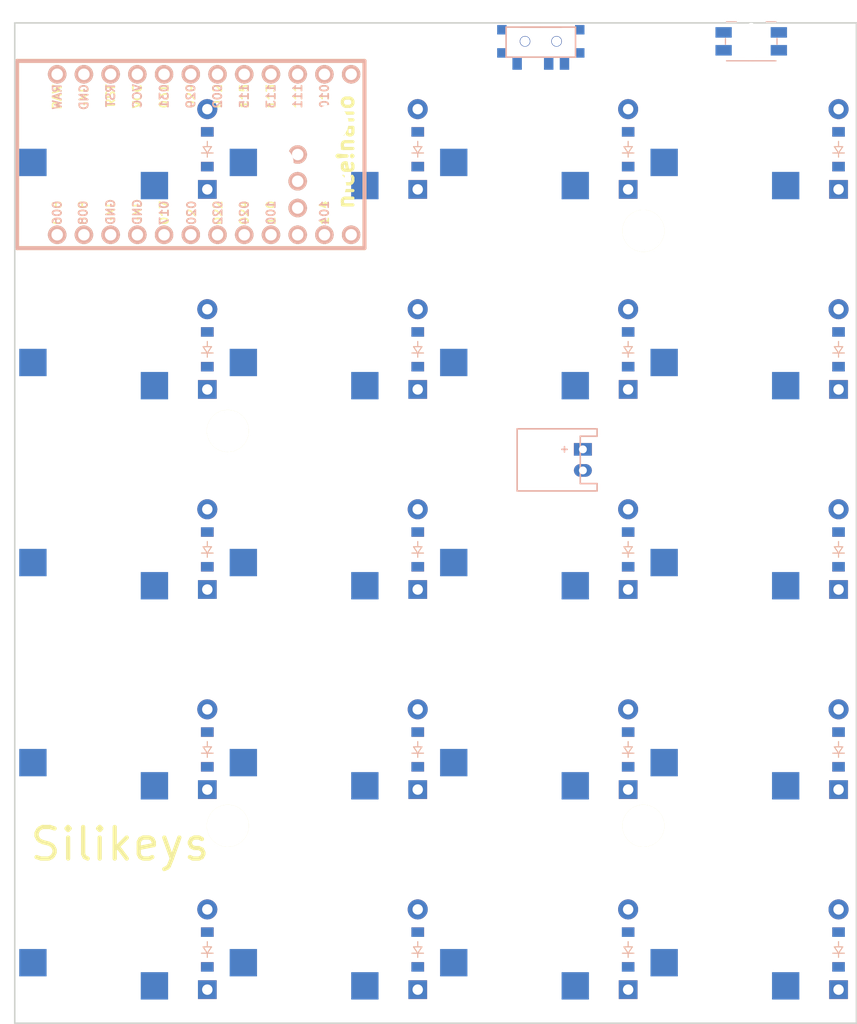
<source format=kicad_pcb>


(kicad_pcb (version 20171130) (host pcbnew 5.1.6)

  (page A3)
  (title_block
    (title "numbers")
    (rev "v1.0.0")
    (company "Unknown")
  )

  (general
    (thickness 1.6)
  )

  (layers
    (0 F.Cu signal)
    (31 B.Cu signal)
    (32 B.Adhes user)
    (33 F.Adhes user)
    (34 B.Paste user)
    (35 F.Paste user)
    (36 B.SilkS user)
    (37 F.SilkS user)
    (38 B.Mask user)
    (39 F.Mask user)
    (40 Dwgs.User user)
    (41 Cmts.User user)
    (42 Eco1.User user)
    (43 Eco2.User user)
    (44 Edge.Cuts user)
    (45 Margin user)
    (46 B.CrtYd user)
    (47 F.CrtYd user)
    (48 B.Fab user)
    (49 F.Fab user)
  )

  (setup
    (last_trace_width 0.25)
    (trace_clearance 0.2)
    (zone_clearance 0.508)
    (zone_45_only no)
    (trace_min 0.2)
    (via_size 0.8)
    (via_drill 0.4)
    (via_min_size 0.4)
    (via_min_drill 0.3)
    (uvia_size 0.3)
    (uvia_drill 0.1)
    (uvias_allowed no)
    (uvia_min_size 0.2)
    (uvia_min_drill 0.1)
    (edge_width 0.05)
    (segment_width 0.2)
    (pcb_text_width 0.3)
    (pcb_text_size 1.5 1.5)
    (mod_edge_width 0.12)
    (mod_text_size 1 1)
    (mod_text_width 0.15)
    (pad_size 1.524 1.524)
    (pad_drill 0.762)
    (pad_to_mask_clearance 0.05)
    (aux_axis_origin 0 0)
    (visible_elements FFFFFF7F)
    (pcbplotparams
      (layerselection 0x010fc_ffffffff)
      (usegerberextensions false)
      (usegerberattributes true)
      (usegerberadvancedattributes true)
      (creategerberjobfile true)
      (excludeedgelayer true)
      (linewidth 0.100000)
      (plotframeref false)
      (viasonmask false)
      (mode 1)
      (useauxorigin false)
      (hpglpennumber 1)
      (hpglpenspeed 20)
      (hpglpendiameter 15.000000)
      (psnegative false)
      (psa4output false)
      (plotreference true)
      (plotvalue true)
      (plotinvisibletext false)
      (padsonsilk false)
      (subtractmaskfromsilk false)
      (outputformat 1)
      (mirror false)
      (drillshape 1)
      (scaleselection 1)
      (outputdirectory ""))
  )

  (net 0 "")
(net 1 "P017")
(net 2 "first_arrows")
(net 3 "first_one")
(net 4 "first_four")
(net 5 "first_seven")
(net 6 "first_numlock")
(net 7 "P011")
(net 8 "two_arrows")
(net 9 "two_one")
(net 10 "two_four")
(net 11 "two_seven")
(net 12 "two_numlock")
(net 13 "P100")
(net 14 "three_arrows")
(net 15 "three_one")
(net 16 "three_four")
(net 17 "three_seven")
(net 18 "three_numlock")
(net 19 "P024")
(net 20 "calc_arrows")
(net 21 "calc_one")
(net 22 "calc_four")
(net 23 "calc_seven")
(net 24 "calc_numlock")
(net 25 "P029")
(net 26 "P002")
(net 27 "P115")
(net 28 "P113")
(net 29 "P022")
(net 30 "RAW")
(net 31 "GND")
(net 32 "RST")
(net 33 "VCC")
(net 34 "P031")
(net 35 "P111")
(net 36 "P010")
(net 37 "P009")
(net 38 "P006")
(net 39 "P008")
(net 40 "P020")
(net 41 "P104")
(net 42 "P106")
(net 43 "P101")
(net 44 "P102")
(net 45 "P107")
(net 46 "pos")

  (net_class Default "This is the default net class."
    (clearance 0.2)
    (trace_width 0.25)
    (via_dia 0.8)
    (via_drill 0.4)
    (uvia_dia 0.3)
    (uvia_drill 0.1)
    (add_net "")
(add_net "P017")
(add_net "first_arrows")
(add_net "first_one")
(add_net "first_four")
(add_net "first_seven")
(add_net "first_numlock")
(add_net "P011")
(add_net "two_arrows")
(add_net "two_one")
(add_net "two_four")
(add_net "two_seven")
(add_net "two_numlock")
(add_net "P100")
(add_net "three_arrows")
(add_net "three_one")
(add_net "three_four")
(add_net "three_seven")
(add_net "three_numlock")
(add_net "P024")
(add_net "calc_arrows")
(add_net "calc_one")
(add_net "calc_four")
(add_net "calc_seven")
(add_net "calc_numlock")
(add_net "P029")
(add_net "P002")
(add_net "P115")
(add_net "P113")
(add_net "P022")
(add_net "RAW")
(add_net "GND")
(add_net "RST")
(add_net "VCC")
(add_net "P031")
(add_net "P111")
(add_net "P010")
(add_net "P009")
(add_net "P006")
(add_net "P008")
(add_net "P020")
(add_net "P104")
(add_net "P106")
(add_net "P101")
(add_net "P102")
(add_net "P107")
(add_net "pos")
  )

  
        
      (module PG1350 (layer F.Cu) (tedit 5DD50112)
      (at 100 150 180)

      
      (fp_text reference "S1" (at 0 0) (layer F.SilkS) hide (effects (font (size 1.27 1.27) (thickness 0.15))))
      (fp_text value "" (at 0 0) (layer F.SilkS) hide (effects (font (size 1.27 1.27) (thickness 0.15))))

      
      (fp_line (start -7 -6) (end -7 -7) (layer Dwgs.User) (width 0.15))
      (fp_line (start -7 7) (end -6 7) (layer Dwgs.User) (width 0.15))
      (fp_line (start -6 -7) (end -7 -7) (layer Dwgs.User) (width 0.15))
      (fp_line (start -7 7) (end -7 6) (layer Dwgs.User) (width 0.15))
      (fp_line (start 7 6) (end 7 7) (layer Dwgs.User) (width 0.15))
      (fp_line (start 7 -7) (end 6 -7) (layer Dwgs.User) (width 0.15))
      (fp_line (start 6 7) (end 7 7) (layer Dwgs.User) (width 0.15))
      (fp_line (start 7 -7) (end 7 -6) (layer Dwgs.User) (width 0.15))      
      
      
      (pad "" np_thru_hole circle (at 0 0) (size 3.429 3.429) (drill 3.429) (layers *.Cu *.Mask))
        
      
      (pad "" np_thru_hole circle (at 5.5 0) (size 1.7018 1.7018) (drill 1.7018) (layers *.Cu *.Mask))
      (pad "" np_thru_hole circle (at -5.5 0) (size 1.7018 1.7018) (drill 1.7018) (layers *.Cu *.Mask))
      
        
      
      (fp_line (start -9 -8.5) (end 9 -8.5) (layer Dwgs.User) (width 0.15))
      (fp_line (start 9 -8.5) (end 9 8.5) (layer Dwgs.User) (width 0.15))
      (fp_line (start 9 8.5) (end -9 8.5) (layer Dwgs.User) (width 0.15))
      (fp_line (start -9 8.5) (end -9 -8.5) (layer Dwgs.User) (width 0.15))
      
        
          
          (pad "" np_thru_hole circle (at 5 -3.75) (size 3 3) (drill 3) (layers *.Cu *.Mask))
          (pad "" np_thru_hole circle (at 0 -5.95) (size 3 3) (drill 3) (layers *.Cu *.Mask))
      
          
          (pad 1 smd rect (at -3.275 -5.95 180) (size 2.6 2.6) (layers B.Cu B.Paste B.Mask)  (net 1 "P017"))
          (pad 2 smd rect (at 8.275 -3.75 180) (size 2.6 2.6) (layers B.Cu B.Paste B.Mask)  (net 2 "first_arrows"))
        )
        

        
      (module PG1350 (layer F.Cu) (tedit 5DD50112)
      (at 100 131 180)

      
      (fp_text reference "S2" (at 0 0) (layer F.SilkS) hide (effects (font (size 1.27 1.27) (thickness 0.15))))
      (fp_text value "" (at 0 0) (layer F.SilkS) hide (effects (font (size 1.27 1.27) (thickness 0.15))))

      
      (fp_line (start -7 -6) (end -7 -7) (layer Dwgs.User) (width 0.15))
      (fp_line (start -7 7) (end -6 7) (layer Dwgs.User) (width 0.15))
      (fp_line (start -6 -7) (end -7 -7) (layer Dwgs.User) (width 0.15))
      (fp_line (start -7 7) (end -7 6) (layer Dwgs.User) (width 0.15))
      (fp_line (start 7 6) (end 7 7) (layer Dwgs.User) (width 0.15))
      (fp_line (start 7 -7) (end 6 -7) (layer Dwgs.User) (width 0.15))
      (fp_line (start 6 7) (end 7 7) (layer Dwgs.User) (width 0.15))
      (fp_line (start 7 -7) (end 7 -6) (layer Dwgs.User) (width 0.15))      
      
      
      (pad "" np_thru_hole circle (at 0 0) (size 3.429 3.429) (drill 3.429) (layers *.Cu *.Mask))
        
      
      (pad "" np_thru_hole circle (at 5.5 0) (size 1.7018 1.7018) (drill 1.7018) (layers *.Cu *.Mask))
      (pad "" np_thru_hole circle (at -5.5 0) (size 1.7018 1.7018) (drill 1.7018) (layers *.Cu *.Mask))
      
        
      
      (fp_line (start -9 -8.5) (end 9 -8.5) (layer Dwgs.User) (width 0.15))
      (fp_line (start 9 -8.5) (end 9 8.5) (layer Dwgs.User) (width 0.15))
      (fp_line (start 9 8.5) (end -9 8.5) (layer Dwgs.User) (width 0.15))
      (fp_line (start -9 8.5) (end -9 -8.5) (layer Dwgs.User) (width 0.15))
      
        
          
          (pad "" np_thru_hole circle (at 5 -3.75) (size 3 3) (drill 3) (layers *.Cu *.Mask))
          (pad "" np_thru_hole circle (at 0 -5.95) (size 3 3) (drill 3) (layers *.Cu *.Mask))
      
          
          (pad 1 smd rect (at -3.275 -5.95 180) (size 2.6 2.6) (layers B.Cu B.Paste B.Mask)  (net 1 "P017"))
          (pad 2 smd rect (at 8.275 -3.75 180) (size 2.6 2.6) (layers B.Cu B.Paste B.Mask)  (net 3 "first_one"))
        )
        

        
      (module PG1350 (layer F.Cu) (tedit 5DD50112)
      (at 100 112 180)

      
      (fp_text reference "S3" (at 0 0) (layer F.SilkS) hide (effects (font (size 1.27 1.27) (thickness 0.15))))
      (fp_text value "" (at 0 0) (layer F.SilkS) hide (effects (font (size 1.27 1.27) (thickness 0.15))))

      
      (fp_line (start -7 -6) (end -7 -7) (layer Dwgs.User) (width 0.15))
      (fp_line (start -7 7) (end -6 7) (layer Dwgs.User) (width 0.15))
      (fp_line (start -6 -7) (end -7 -7) (layer Dwgs.User) (width 0.15))
      (fp_line (start -7 7) (end -7 6) (layer Dwgs.User) (width 0.15))
      (fp_line (start 7 6) (end 7 7) (layer Dwgs.User) (width 0.15))
      (fp_line (start 7 -7) (end 6 -7) (layer Dwgs.User) (width 0.15))
      (fp_line (start 6 7) (end 7 7) (layer Dwgs.User) (width 0.15))
      (fp_line (start 7 -7) (end 7 -6) (layer Dwgs.User) (width 0.15))      
      
      
      (pad "" np_thru_hole circle (at 0 0) (size 3.429 3.429) (drill 3.429) (layers *.Cu *.Mask))
        
      
      (pad "" np_thru_hole circle (at 5.5 0) (size 1.7018 1.7018) (drill 1.7018) (layers *.Cu *.Mask))
      (pad "" np_thru_hole circle (at -5.5 0) (size 1.7018 1.7018) (drill 1.7018) (layers *.Cu *.Mask))
      
        
      
      (fp_line (start -9 -8.5) (end 9 -8.5) (layer Dwgs.User) (width 0.15))
      (fp_line (start 9 -8.5) (end 9 8.5) (layer Dwgs.User) (width 0.15))
      (fp_line (start 9 8.5) (end -9 8.5) (layer Dwgs.User) (width 0.15))
      (fp_line (start -9 8.5) (end -9 -8.5) (layer Dwgs.User) (width 0.15))
      
        
          
          (pad "" np_thru_hole circle (at 5 -3.75) (size 3 3) (drill 3) (layers *.Cu *.Mask))
          (pad "" np_thru_hole circle (at 0 -5.95) (size 3 3) (drill 3) (layers *.Cu *.Mask))
      
          
          (pad 1 smd rect (at -3.275 -5.95 180) (size 2.6 2.6) (layers B.Cu B.Paste B.Mask)  (net 1 "P017"))
          (pad 2 smd rect (at 8.275 -3.75 180) (size 2.6 2.6) (layers B.Cu B.Paste B.Mask)  (net 4 "first_four"))
        )
        

        
      (module PG1350 (layer F.Cu) (tedit 5DD50112)
      (at 100 93 180)

      
      (fp_text reference "S4" (at 0 0) (layer F.SilkS) hide (effects (font (size 1.27 1.27) (thickness 0.15))))
      (fp_text value "" (at 0 0) (layer F.SilkS) hide (effects (font (size 1.27 1.27) (thickness 0.15))))

      
      (fp_line (start -7 -6) (end -7 -7) (layer Dwgs.User) (width 0.15))
      (fp_line (start -7 7) (end -6 7) (layer Dwgs.User) (width 0.15))
      (fp_line (start -6 -7) (end -7 -7) (layer Dwgs.User) (width 0.15))
      (fp_line (start -7 7) (end -7 6) (layer Dwgs.User) (width 0.15))
      (fp_line (start 7 6) (end 7 7) (layer Dwgs.User) (width 0.15))
      (fp_line (start 7 -7) (end 6 -7) (layer Dwgs.User) (width 0.15))
      (fp_line (start 6 7) (end 7 7) (layer Dwgs.User) (width 0.15))
      (fp_line (start 7 -7) (end 7 -6) (layer Dwgs.User) (width 0.15))      
      
      
      (pad "" np_thru_hole circle (at 0 0) (size 3.429 3.429) (drill 3.429) (layers *.Cu *.Mask))
        
      
      (pad "" np_thru_hole circle (at 5.5 0) (size 1.7018 1.7018) (drill 1.7018) (layers *.Cu *.Mask))
      (pad "" np_thru_hole circle (at -5.5 0) (size 1.7018 1.7018) (drill 1.7018) (layers *.Cu *.Mask))
      
        
      
      (fp_line (start -9 -8.5) (end 9 -8.5) (layer Dwgs.User) (width 0.15))
      (fp_line (start 9 -8.5) (end 9 8.5) (layer Dwgs.User) (width 0.15))
      (fp_line (start 9 8.5) (end -9 8.5) (layer Dwgs.User) (width 0.15))
      (fp_line (start -9 8.5) (end -9 -8.5) (layer Dwgs.User) (width 0.15))
      
        
          
          (pad "" np_thru_hole circle (at 5 -3.75) (size 3 3) (drill 3) (layers *.Cu *.Mask))
          (pad "" np_thru_hole circle (at 0 -5.95) (size 3 3) (drill 3) (layers *.Cu *.Mask))
      
          
          (pad 1 smd rect (at -3.275 -5.95 180) (size 2.6 2.6) (layers B.Cu B.Paste B.Mask)  (net 1 "P017"))
          (pad 2 smd rect (at 8.275 -3.75 180) (size 2.6 2.6) (layers B.Cu B.Paste B.Mask)  (net 5 "first_seven"))
        )
        

        
      (module PG1350 (layer F.Cu) (tedit 5DD50112)
      (at 100 74 180)

      
      (fp_text reference "S5" (at 0 0) (layer F.SilkS) hide (effects (font (size 1.27 1.27) (thickness 0.15))))
      (fp_text value "" (at 0 0) (layer F.SilkS) hide (effects (font (size 1.27 1.27) (thickness 0.15))))

      
      (fp_line (start -7 -6) (end -7 -7) (layer Dwgs.User) (width 0.15))
      (fp_line (start -7 7) (end -6 7) (layer Dwgs.User) (width 0.15))
      (fp_line (start -6 -7) (end -7 -7) (layer Dwgs.User) (width 0.15))
      (fp_line (start -7 7) (end -7 6) (layer Dwgs.User) (width 0.15))
      (fp_line (start 7 6) (end 7 7) (layer Dwgs.User) (width 0.15))
      (fp_line (start 7 -7) (end 6 -7) (layer Dwgs.User) (width 0.15))
      (fp_line (start 6 7) (end 7 7) (layer Dwgs.User) (width 0.15))
      (fp_line (start 7 -7) (end 7 -6) (layer Dwgs.User) (width 0.15))      
      
      
      (pad "" np_thru_hole circle (at 0 0) (size 3.429 3.429) (drill 3.429) (layers *.Cu *.Mask))
        
      
      (pad "" np_thru_hole circle (at 5.5 0) (size 1.7018 1.7018) (drill 1.7018) (layers *.Cu *.Mask))
      (pad "" np_thru_hole circle (at -5.5 0) (size 1.7018 1.7018) (drill 1.7018) (layers *.Cu *.Mask))
      
        
      
      (fp_line (start -9 -8.5) (end 9 -8.5) (layer Dwgs.User) (width 0.15))
      (fp_line (start 9 -8.5) (end 9 8.5) (layer Dwgs.User) (width 0.15))
      (fp_line (start 9 8.5) (end -9 8.5) (layer Dwgs.User) (width 0.15))
      (fp_line (start -9 8.5) (end -9 -8.5) (layer Dwgs.User) (width 0.15))
      
        
          
          (pad "" np_thru_hole circle (at 5 -3.75) (size 3 3) (drill 3) (layers *.Cu *.Mask))
          (pad "" np_thru_hole circle (at 0 -5.95) (size 3 3) (drill 3) (layers *.Cu *.Mask))
      
          
          (pad 1 smd rect (at -3.275 -5.95 180) (size 2.6 2.6) (layers B.Cu B.Paste B.Mask)  (net 1 "P017"))
          (pad 2 smd rect (at 8.275 -3.75 180) (size 2.6 2.6) (layers B.Cu B.Paste B.Mask)  (net 6 "first_numlock"))
        )
        

        
      (module PG1350 (layer F.Cu) (tedit 5DD50112)
      (at 120 150 180)

      
      (fp_text reference "S6" (at 0 0) (layer F.SilkS) hide (effects (font (size 1.27 1.27) (thickness 0.15))))
      (fp_text value "" (at 0 0) (layer F.SilkS) hide (effects (font (size 1.27 1.27) (thickness 0.15))))

      
      (fp_line (start -7 -6) (end -7 -7) (layer Dwgs.User) (width 0.15))
      (fp_line (start -7 7) (end -6 7) (layer Dwgs.User) (width 0.15))
      (fp_line (start -6 -7) (end -7 -7) (layer Dwgs.User) (width 0.15))
      (fp_line (start -7 7) (end -7 6) (layer Dwgs.User) (width 0.15))
      (fp_line (start 7 6) (end 7 7) (layer Dwgs.User) (width 0.15))
      (fp_line (start 7 -7) (end 6 -7) (layer Dwgs.User) (width 0.15))
      (fp_line (start 6 7) (end 7 7) (layer Dwgs.User) (width 0.15))
      (fp_line (start 7 -7) (end 7 -6) (layer Dwgs.User) (width 0.15))      
      
      
      (pad "" np_thru_hole circle (at 0 0) (size 3.429 3.429) (drill 3.429) (layers *.Cu *.Mask))
        
      
      (pad "" np_thru_hole circle (at 5.5 0) (size 1.7018 1.7018) (drill 1.7018) (layers *.Cu *.Mask))
      (pad "" np_thru_hole circle (at -5.5 0) (size 1.7018 1.7018) (drill 1.7018) (layers *.Cu *.Mask))
      
        
      
      (fp_line (start -9 -8.5) (end 9 -8.5) (layer Dwgs.User) (width 0.15))
      (fp_line (start 9 -8.5) (end 9 8.5) (layer Dwgs.User) (width 0.15))
      (fp_line (start 9 8.5) (end -9 8.5) (layer Dwgs.User) (width 0.15))
      (fp_line (start -9 8.5) (end -9 -8.5) (layer Dwgs.User) (width 0.15))
      
        
          
          (pad "" np_thru_hole circle (at 5 -3.75) (size 3 3) (drill 3) (layers *.Cu *.Mask))
          (pad "" np_thru_hole circle (at 0 -5.95) (size 3 3) (drill 3) (layers *.Cu *.Mask))
      
          
          (pad 1 smd rect (at -3.275 -5.95 180) (size 2.6 2.6) (layers B.Cu B.Paste B.Mask)  (net 7 "P011"))
          (pad 2 smd rect (at 8.275 -3.75 180) (size 2.6 2.6) (layers B.Cu B.Paste B.Mask)  (net 8 "two_arrows"))
        )
        

        
      (module PG1350 (layer F.Cu) (tedit 5DD50112)
      (at 120 131 180)

      
      (fp_text reference "S7" (at 0 0) (layer F.SilkS) hide (effects (font (size 1.27 1.27) (thickness 0.15))))
      (fp_text value "" (at 0 0) (layer F.SilkS) hide (effects (font (size 1.27 1.27) (thickness 0.15))))

      
      (fp_line (start -7 -6) (end -7 -7) (layer Dwgs.User) (width 0.15))
      (fp_line (start -7 7) (end -6 7) (layer Dwgs.User) (width 0.15))
      (fp_line (start -6 -7) (end -7 -7) (layer Dwgs.User) (width 0.15))
      (fp_line (start -7 7) (end -7 6) (layer Dwgs.User) (width 0.15))
      (fp_line (start 7 6) (end 7 7) (layer Dwgs.User) (width 0.15))
      (fp_line (start 7 -7) (end 6 -7) (layer Dwgs.User) (width 0.15))
      (fp_line (start 6 7) (end 7 7) (layer Dwgs.User) (width 0.15))
      (fp_line (start 7 -7) (end 7 -6) (layer Dwgs.User) (width 0.15))      
      
      
      (pad "" np_thru_hole circle (at 0 0) (size 3.429 3.429) (drill 3.429) (layers *.Cu *.Mask))
        
      
      (pad "" np_thru_hole circle (at 5.5 0) (size 1.7018 1.7018) (drill 1.7018) (layers *.Cu *.Mask))
      (pad "" np_thru_hole circle (at -5.5 0) (size 1.7018 1.7018) (drill 1.7018) (layers *.Cu *.Mask))
      
        
      
      (fp_line (start -9 -8.5) (end 9 -8.5) (layer Dwgs.User) (width 0.15))
      (fp_line (start 9 -8.5) (end 9 8.5) (layer Dwgs.User) (width 0.15))
      (fp_line (start 9 8.5) (end -9 8.5) (layer Dwgs.User) (width 0.15))
      (fp_line (start -9 8.5) (end -9 -8.5) (layer Dwgs.User) (width 0.15))
      
        
          
          (pad "" np_thru_hole circle (at 5 -3.75) (size 3 3) (drill 3) (layers *.Cu *.Mask))
          (pad "" np_thru_hole circle (at 0 -5.95) (size 3 3) (drill 3) (layers *.Cu *.Mask))
      
          
          (pad 1 smd rect (at -3.275 -5.95 180) (size 2.6 2.6) (layers B.Cu B.Paste B.Mask)  (net 7 "P011"))
          (pad 2 smd rect (at 8.275 -3.75 180) (size 2.6 2.6) (layers B.Cu B.Paste B.Mask)  (net 9 "two_one"))
        )
        

        
      (module PG1350 (layer F.Cu) (tedit 5DD50112)
      (at 120 112 180)

      
      (fp_text reference "S8" (at 0 0) (layer F.SilkS) hide (effects (font (size 1.27 1.27) (thickness 0.15))))
      (fp_text value "" (at 0 0) (layer F.SilkS) hide (effects (font (size 1.27 1.27) (thickness 0.15))))

      
      (fp_line (start -7 -6) (end -7 -7) (layer Dwgs.User) (width 0.15))
      (fp_line (start -7 7) (end -6 7) (layer Dwgs.User) (width 0.15))
      (fp_line (start -6 -7) (end -7 -7) (layer Dwgs.User) (width 0.15))
      (fp_line (start -7 7) (end -7 6) (layer Dwgs.User) (width 0.15))
      (fp_line (start 7 6) (end 7 7) (layer Dwgs.User) (width 0.15))
      (fp_line (start 7 -7) (end 6 -7) (layer Dwgs.User) (width 0.15))
      (fp_line (start 6 7) (end 7 7) (layer Dwgs.User) (width 0.15))
      (fp_line (start 7 -7) (end 7 -6) (layer Dwgs.User) (width 0.15))      
      
      
      (pad "" np_thru_hole circle (at 0 0) (size 3.429 3.429) (drill 3.429) (layers *.Cu *.Mask))
        
      
      (pad "" np_thru_hole circle (at 5.5 0) (size 1.7018 1.7018) (drill 1.7018) (layers *.Cu *.Mask))
      (pad "" np_thru_hole circle (at -5.5 0) (size 1.7018 1.7018) (drill 1.7018) (layers *.Cu *.Mask))
      
        
      
      (fp_line (start -9 -8.5) (end 9 -8.5) (layer Dwgs.User) (width 0.15))
      (fp_line (start 9 -8.5) (end 9 8.5) (layer Dwgs.User) (width 0.15))
      (fp_line (start 9 8.5) (end -9 8.5) (layer Dwgs.User) (width 0.15))
      (fp_line (start -9 8.5) (end -9 -8.5) (layer Dwgs.User) (width 0.15))
      
        
          
          (pad "" np_thru_hole circle (at 5 -3.75) (size 3 3) (drill 3) (layers *.Cu *.Mask))
          (pad "" np_thru_hole circle (at 0 -5.95) (size 3 3) (drill 3) (layers *.Cu *.Mask))
      
          
          (pad 1 smd rect (at -3.275 -5.95 180) (size 2.6 2.6) (layers B.Cu B.Paste B.Mask)  (net 7 "P011"))
          (pad 2 smd rect (at 8.275 -3.75 180) (size 2.6 2.6) (layers B.Cu B.Paste B.Mask)  (net 10 "two_four"))
        )
        

        
      (module PG1350 (layer F.Cu) (tedit 5DD50112)
      (at 120 93 180)

      
      (fp_text reference "S9" (at 0 0) (layer F.SilkS) hide (effects (font (size 1.27 1.27) (thickness 0.15))))
      (fp_text value "" (at 0 0) (layer F.SilkS) hide (effects (font (size 1.27 1.27) (thickness 0.15))))

      
      (fp_line (start -7 -6) (end -7 -7) (layer Dwgs.User) (width 0.15))
      (fp_line (start -7 7) (end -6 7) (layer Dwgs.User) (width 0.15))
      (fp_line (start -6 -7) (end -7 -7) (layer Dwgs.User) (width 0.15))
      (fp_line (start -7 7) (end -7 6) (layer Dwgs.User) (width 0.15))
      (fp_line (start 7 6) (end 7 7) (layer Dwgs.User) (width 0.15))
      (fp_line (start 7 -7) (end 6 -7) (layer Dwgs.User) (width 0.15))
      (fp_line (start 6 7) (end 7 7) (layer Dwgs.User) (width 0.15))
      (fp_line (start 7 -7) (end 7 -6) (layer Dwgs.User) (width 0.15))      
      
      
      (pad "" np_thru_hole circle (at 0 0) (size 3.429 3.429) (drill 3.429) (layers *.Cu *.Mask))
        
      
      (pad "" np_thru_hole circle (at 5.5 0) (size 1.7018 1.7018) (drill 1.7018) (layers *.Cu *.Mask))
      (pad "" np_thru_hole circle (at -5.5 0) (size 1.7018 1.7018) (drill 1.7018) (layers *.Cu *.Mask))
      
        
      
      (fp_line (start -9 -8.5) (end 9 -8.5) (layer Dwgs.User) (width 0.15))
      (fp_line (start 9 -8.5) (end 9 8.5) (layer Dwgs.User) (width 0.15))
      (fp_line (start 9 8.5) (end -9 8.5) (layer Dwgs.User) (width 0.15))
      (fp_line (start -9 8.5) (end -9 -8.5) (layer Dwgs.User) (width 0.15))
      
        
          
          (pad "" np_thru_hole circle (at 5 -3.75) (size 3 3) (drill 3) (layers *.Cu *.Mask))
          (pad "" np_thru_hole circle (at 0 -5.95) (size 3 3) (drill 3) (layers *.Cu *.Mask))
      
          
          (pad 1 smd rect (at -3.275 -5.95 180) (size 2.6 2.6) (layers B.Cu B.Paste B.Mask)  (net 7 "P011"))
          (pad 2 smd rect (at 8.275 -3.75 180) (size 2.6 2.6) (layers B.Cu B.Paste B.Mask)  (net 11 "two_seven"))
        )
        

        
      (module PG1350 (layer F.Cu) (tedit 5DD50112)
      (at 120 74 180)

      
      (fp_text reference "S10" (at 0 0) (layer F.SilkS) hide (effects (font (size 1.27 1.27) (thickness 0.15))))
      (fp_text value "" (at 0 0) (layer F.SilkS) hide (effects (font (size 1.27 1.27) (thickness 0.15))))

      
      (fp_line (start -7 -6) (end -7 -7) (layer Dwgs.User) (width 0.15))
      (fp_line (start -7 7) (end -6 7) (layer Dwgs.User) (width 0.15))
      (fp_line (start -6 -7) (end -7 -7) (layer Dwgs.User) (width 0.15))
      (fp_line (start -7 7) (end -7 6) (layer Dwgs.User) (width 0.15))
      (fp_line (start 7 6) (end 7 7) (layer Dwgs.User) (width 0.15))
      (fp_line (start 7 -7) (end 6 -7) (layer Dwgs.User) (width 0.15))
      (fp_line (start 6 7) (end 7 7) (layer Dwgs.User) (width 0.15))
      (fp_line (start 7 -7) (end 7 -6) (layer Dwgs.User) (width 0.15))      
      
      
      (pad "" np_thru_hole circle (at 0 0) (size 3.429 3.429) (drill 3.429) (layers *.Cu *.Mask))
        
      
      (pad "" np_thru_hole circle (at 5.5 0) (size 1.7018 1.7018) (drill 1.7018) (layers *.Cu *.Mask))
      (pad "" np_thru_hole circle (at -5.5 0) (size 1.7018 1.7018) (drill 1.7018) (layers *.Cu *.Mask))
      
        
      
      (fp_line (start -9 -8.5) (end 9 -8.5) (layer Dwgs.User) (width 0.15))
      (fp_line (start 9 -8.5) (end 9 8.5) (layer Dwgs.User) (width 0.15))
      (fp_line (start 9 8.5) (end -9 8.5) (layer Dwgs.User) (width 0.15))
      (fp_line (start -9 8.5) (end -9 -8.5) (layer Dwgs.User) (width 0.15))
      
        
          
          (pad "" np_thru_hole circle (at 5 -3.75) (size 3 3) (drill 3) (layers *.Cu *.Mask))
          (pad "" np_thru_hole circle (at 0 -5.95) (size 3 3) (drill 3) (layers *.Cu *.Mask))
      
          
          (pad 1 smd rect (at -3.275 -5.95 180) (size 2.6 2.6) (layers B.Cu B.Paste B.Mask)  (net 7 "P011"))
          (pad 2 smd rect (at 8.275 -3.75 180) (size 2.6 2.6) (layers B.Cu B.Paste B.Mask)  (net 12 "two_numlock"))
        )
        

        
      (module PG1350 (layer F.Cu) (tedit 5DD50112)
      (at 140 150 180)

      
      (fp_text reference "S11" (at 0 0) (layer F.SilkS) hide (effects (font (size 1.27 1.27) (thickness 0.15))))
      (fp_text value "" (at 0 0) (layer F.SilkS) hide (effects (font (size 1.27 1.27) (thickness 0.15))))

      
      (fp_line (start -7 -6) (end -7 -7) (layer Dwgs.User) (width 0.15))
      (fp_line (start -7 7) (end -6 7) (layer Dwgs.User) (width 0.15))
      (fp_line (start -6 -7) (end -7 -7) (layer Dwgs.User) (width 0.15))
      (fp_line (start -7 7) (end -7 6) (layer Dwgs.User) (width 0.15))
      (fp_line (start 7 6) (end 7 7) (layer Dwgs.User) (width 0.15))
      (fp_line (start 7 -7) (end 6 -7) (layer Dwgs.User) (width 0.15))
      (fp_line (start 6 7) (end 7 7) (layer Dwgs.User) (width 0.15))
      (fp_line (start 7 -7) (end 7 -6) (layer Dwgs.User) (width 0.15))      
      
      
      (pad "" np_thru_hole circle (at 0 0) (size 3.429 3.429) (drill 3.429) (layers *.Cu *.Mask))
        
      
      (pad "" np_thru_hole circle (at 5.5 0) (size 1.7018 1.7018) (drill 1.7018) (layers *.Cu *.Mask))
      (pad "" np_thru_hole circle (at -5.5 0) (size 1.7018 1.7018) (drill 1.7018) (layers *.Cu *.Mask))
      
        
      
      (fp_line (start -9 -8.5) (end 9 -8.5) (layer Dwgs.User) (width 0.15))
      (fp_line (start 9 -8.5) (end 9 8.5) (layer Dwgs.User) (width 0.15))
      (fp_line (start 9 8.5) (end -9 8.5) (layer Dwgs.User) (width 0.15))
      (fp_line (start -9 8.5) (end -9 -8.5) (layer Dwgs.User) (width 0.15))
      
        
          
          (pad "" np_thru_hole circle (at 5 -3.75) (size 3 3) (drill 3) (layers *.Cu *.Mask))
          (pad "" np_thru_hole circle (at 0 -5.95) (size 3 3) (drill 3) (layers *.Cu *.Mask))
      
          
          (pad 1 smd rect (at -3.275 -5.95 180) (size 2.6 2.6) (layers B.Cu B.Paste B.Mask)  (net 13 "P100"))
          (pad 2 smd rect (at 8.275 -3.75 180) (size 2.6 2.6) (layers B.Cu B.Paste B.Mask)  (net 14 "three_arrows"))
        )
        

        
      (module PG1350 (layer F.Cu) (tedit 5DD50112)
      (at 140 131 180)

      
      (fp_text reference "S12" (at 0 0) (layer F.SilkS) hide (effects (font (size 1.27 1.27) (thickness 0.15))))
      (fp_text value "" (at 0 0) (layer F.SilkS) hide (effects (font (size 1.27 1.27) (thickness 0.15))))

      
      (fp_line (start -7 -6) (end -7 -7) (layer Dwgs.User) (width 0.15))
      (fp_line (start -7 7) (end -6 7) (layer Dwgs.User) (width 0.15))
      (fp_line (start -6 -7) (end -7 -7) (layer Dwgs.User) (width 0.15))
      (fp_line (start -7 7) (end -7 6) (layer Dwgs.User) (width 0.15))
      (fp_line (start 7 6) (end 7 7) (layer Dwgs.User) (width 0.15))
      (fp_line (start 7 -7) (end 6 -7) (layer Dwgs.User) (width 0.15))
      (fp_line (start 6 7) (end 7 7) (layer Dwgs.User) (width 0.15))
      (fp_line (start 7 -7) (end 7 -6) (layer Dwgs.User) (width 0.15))      
      
      
      (pad "" np_thru_hole circle (at 0 0) (size 3.429 3.429) (drill 3.429) (layers *.Cu *.Mask))
        
      
      (pad "" np_thru_hole circle (at 5.5 0) (size 1.7018 1.7018) (drill 1.7018) (layers *.Cu *.Mask))
      (pad "" np_thru_hole circle (at -5.5 0) (size 1.7018 1.7018) (drill 1.7018) (layers *.Cu *.Mask))
      
        
      
      (fp_line (start -9 -8.5) (end 9 -8.5) (layer Dwgs.User) (width 0.15))
      (fp_line (start 9 -8.5) (end 9 8.5) (layer Dwgs.User) (width 0.15))
      (fp_line (start 9 8.5) (end -9 8.5) (layer Dwgs.User) (width 0.15))
      (fp_line (start -9 8.5) (end -9 -8.5) (layer Dwgs.User) (width 0.15))
      
        
          
          (pad "" np_thru_hole circle (at 5 -3.75) (size 3 3) (drill 3) (layers *.Cu *.Mask))
          (pad "" np_thru_hole circle (at 0 -5.95) (size 3 3) (drill 3) (layers *.Cu *.Mask))
      
          
          (pad 1 smd rect (at -3.275 -5.95 180) (size 2.6 2.6) (layers B.Cu B.Paste B.Mask)  (net 13 "P100"))
          (pad 2 smd rect (at 8.275 -3.75 180) (size 2.6 2.6) (layers B.Cu B.Paste B.Mask)  (net 15 "three_one"))
        )
        

        
      (module PG1350 (layer F.Cu) (tedit 5DD50112)
      (at 140 112 180)

      
      (fp_text reference "S13" (at 0 0) (layer F.SilkS) hide (effects (font (size 1.27 1.27) (thickness 0.15))))
      (fp_text value "" (at 0 0) (layer F.SilkS) hide (effects (font (size 1.27 1.27) (thickness 0.15))))

      
      (fp_line (start -7 -6) (end -7 -7) (layer Dwgs.User) (width 0.15))
      (fp_line (start -7 7) (end -6 7) (layer Dwgs.User) (width 0.15))
      (fp_line (start -6 -7) (end -7 -7) (layer Dwgs.User) (width 0.15))
      (fp_line (start -7 7) (end -7 6) (layer Dwgs.User) (width 0.15))
      (fp_line (start 7 6) (end 7 7) (layer Dwgs.User) (width 0.15))
      (fp_line (start 7 -7) (end 6 -7) (layer Dwgs.User) (width 0.15))
      (fp_line (start 6 7) (end 7 7) (layer Dwgs.User) (width 0.15))
      (fp_line (start 7 -7) (end 7 -6) (layer Dwgs.User) (width 0.15))      
      
      
      (pad "" np_thru_hole circle (at 0 0) (size 3.429 3.429) (drill 3.429) (layers *.Cu *.Mask))
        
      
      (pad "" np_thru_hole circle (at 5.5 0) (size 1.7018 1.7018) (drill 1.7018) (layers *.Cu *.Mask))
      (pad "" np_thru_hole circle (at -5.5 0) (size 1.7018 1.7018) (drill 1.7018) (layers *.Cu *.Mask))
      
        
      
      (fp_line (start -9 -8.5) (end 9 -8.5) (layer Dwgs.User) (width 0.15))
      (fp_line (start 9 -8.5) (end 9 8.5) (layer Dwgs.User) (width 0.15))
      (fp_line (start 9 8.5) (end -9 8.5) (layer Dwgs.User) (width 0.15))
      (fp_line (start -9 8.5) (end -9 -8.5) (layer Dwgs.User) (width 0.15))
      
        
          
          (pad "" np_thru_hole circle (at 5 -3.75) (size 3 3) (drill 3) (layers *.Cu *.Mask))
          (pad "" np_thru_hole circle (at 0 -5.95) (size 3 3) (drill 3) (layers *.Cu *.Mask))
      
          
          (pad 1 smd rect (at -3.275 -5.95 180) (size 2.6 2.6) (layers B.Cu B.Paste B.Mask)  (net 13 "P100"))
          (pad 2 smd rect (at 8.275 -3.75 180) (size 2.6 2.6) (layers B.Cu B.Paste B.Mask)  (net 16 "three_four"))
        )
        

        
      (module PG1350 (layer F.Cu) (tedit 5DD50112)
      (at 140 93 180)

      
      (fp_text reference "S14" (at 0 0) (layer F.SilkS) hide (effects (font (size 1.27 1.27) (thickness 0.15))))
      (fp_text value "" (at 0 0) (layer F.SilkS) hide (effects (font (size 1.27 1.27) (thickness 0.15))))

      
      (fp_line (start -7 -6) (end -7 -7) (layer Dwgs.User) (width 0.15))
      (fp_line (start -7 7) (end -6 7) (layer Dwgs.User) (width 0.15))
      (fp_line (start -6 -7) (end -7 -7) (layer Dwgs.User) (width 0.15))
      (fp_line (start -7 7) (end -7 6) (layer Dwgs.User) (width 0.15))
      (fp_line (start 7 6) (end 7 7) (layer Dwgs.User) (width 0.15))
      (fp_line (start 7 -7) (end 6 -7) (layer Dwgs.User) (width 0.15))
      (fp_line (start 6 7) (end 7 7) (layer Dwgs.User) (width 0.15))
      (fp_line (start 7 -7) (end 7 -6) (layer Dwgs.User) (width 0.15))      
      
      
      (pad "" np_thru_hole circle (at 0 0) (size 3.429 3.429) (drill 3.429) (layers *.Cu *.Mask))
        
      
      (pad "" np_thru_hole circle (at 5.5 0) (size 1.7018 1.7018) (drill 1.7018) (layers *.Cu *.Mask))
      (pad "" np_thru_hole circle (at -5.5 0) (size 1.7018 1.7018) (drill 1.7018) (layers *.Cu *.Mask))
      
        
      
      (fp_line (start -9 -8.5) (end 9 -8.5) (layer Dwgs.User) (width 0.15))
      (fp_line (start 9 -8.5) (end 9 8.5) (layer Dwgs.User) (width 0.15))
      (fp_line (start 9 8.5) (end -9 8.5) (layer Dwgs.User) (width 0.15))
      (fp_line (start -9 8.5) (end -9 -8.5) (layer Dwgs.User) (width 0.15))
      
        
          
          (pad "" np_thru_hole circle (at 5 -3.75) (size 3 3) (drill 3) (layers *.Cu *.Mask))
          (pad "" np_thru_hole circle (at 0 -5.95) (size 3 3) (drill 3) (layers *.Cu *.Mask))
      
          
          (pad 1 smd rect (at -3.275 -5.95 180) (size 2.6 2.6) (layers B.Cu B.Paste B.Mask)  (net 13 "P100"))
          (pad 2 smd rect (at 8.275 -3.75 180) (size 2.6 2.6) (layers B.Cu B.Paste B.Mask)  (net 17 "three_seven"))
        )
        

        
      (module PG1350 (layer F.Cu) (tedit 5DD50112)
      (at 140 74 180)

      
      (fp_text reference "S15" (at 0 0) (layer F.SilkS) hide (effects (font (size 1.27 1.27) (thickness 0.15))))
      (fp_text value "" (at 0 0) (layer F.SilkS) hide (effects (font (size 1.27 1.27) (thickness 0.15))))

      
      (fp_line (start -7 -6) (end -7 -7) (layer Dwgs.User) (width 0.15))
      (fp_line (start -7 7) (end -6 7) (layer Dwgs.User) (width 0.15))
      (fp_line (start -6 -7) (end -7 -7) (layer Dwgs.User) (width 0.15))
      (fp_line (start -7 7) (end -7 6) (layer Dwgs.User) (width 0.15))
      (fp_line (start 7 6) (end 7 7) (layer Dwgs.User) (width 0.15))
      (fp_line (start 7 -7) (end 6 -7) (layer Dwgs.User) (width 0.15))
      (fp_line (start 6 7) (end 7 7) (layer Dwgs.User) (width 0.15))
      (fp_line (start 7 -7) (end 7 -6) (layer Dwgs.User) (width 0.15))      
      
      
      (pad "" np_thru_hole circle (at 0 0) (size 3.429 3.429) (drill 3.429) (layers *.Cu *.Mask))
        
      
      (pad "" np_thru_hole circle (at 5.5 0) (size 1.7018 1.7018) (drill 1.7018) (layers *.Cu *.Mask))
      (pad "" np_thru_hole circle (at -5.5 0) (size 1.7018 1.7018) (drill 1.7018) (layers *.Cu *.Mask))
      
        
      
      (fp_line (start -9 -8.5) (end 9 -8.5) (layer Dwgs.User) (width 0.15))
      (fp_line (start 9 -8.5) (end 9 8.5) (layer Dwgs.User) (width 0.15))
      (fp_line (start 9 8.5) (end -9 8.5) (layer Dwgs.User) (width 0.15))
      (fp_line (start -9 8.5) (end -9 -8.5) (layer Dwgs.User) (width 0.15))
      
        
          
          (pad "" np_thru_hole circle (at 5 -3.75) (size 3 3) (drill 3) (layers *.Cu *.Mask))
          (pad "" np_thru_hole circle (at 0 -5.95) (size 3 3) (drill 3) (layers *.Cu *.Mask))
      
          
          (pad 1 smd rect (at -3.275 -5.95 180) (size 2.6 2.6) (layers B.Cu B.Paste B.Mask)  (net 13 "P100"))
          (pad 2 smd rect (at 8.275 -3.75 180) (size 2.6 2.6) (layers B.Cu B.Paste B.Mask)  (net 18 "three_numlock"))
        )
        

        
      (module PG1350 (layer F.Cu) (tedit 5DD50112)
      (at 160 150 180)

      
      (fp_text reference "S16" (at 0 0) (layer F.SilkS) hide (effects (font (size 1.27 1.27) (thickness 0.15))))
      (fp_text value "" (at 0 0) (layer F.SilkS) hide (effects (font (size 1.27 1.27) (thickness 0.15))))

      
      (fp_line (start -7 -6) (end -7 -7) (layer Dwgs.User) (width 0.15))
      (fp_line (start -7 7) (end -6 7) (layer Dwgs.User) (width 0.15))
      (fp_line (start -6 -7) (end -7 -7) (layer Dwgs.User) (width 0.15))
      (fp_line (start -7 7) (end -7 6) (layer Dwgs.User) (width 0.15))
      (fp_line (start 7 6) (end 7 7) (layer Dwgs.User) (width 0.15))
      (fp_line (start 7 -7) (end 6 -7) (layer Dwgs.User) (width 0.15))
      (fp_line (start 6 7) (end 7 7) (layer Dwgs.User) (width 0.15))
      (fp_line (start 7 -7) (end 7 -6) (layer Dwgs.User) (width 0.15))      
      
      
      (pad "" np_thru_hole circle (at 0 0) (size 3.429 3.429) (drill 3.429) (layers *.Cu *.Mask))
        
      
      (pad "" np_thru_hole circle (at 5.5 0) (size 1.7018 1.7018) (drill 1.7018) (layers *.Cu *.Mask))
      (pad "" np_thru_hole circle (at -5.5 0) (size 1.7018 1.7018) (drill 1.7018) (layers *.Cu *.Mask))
      
        
      
      (fp_line (start -9 -8.5) (end 9 -8.5) (layer Dwgs.User) (width 0.15))
      (fp_line (start 9 -8.5) (end 9 8.5) (layer Dwgs.User) (width 0.15))
      (fp_line (start 9 8.5) (end -9 8.5) (layer Dwgs.User) (width 0.15))
      (fp_line (start -9 8.5) (end -9 -8.5) (layer Dwgs.User) (width 0.15))
      
        
          
          (pad "" np_thru_hole circle (at 5 -3.75) (size 3 3) (drill 3) (layers *.Cu *.Mask))
          (pad "" np_thru_hole circle (at 0 -5.95) (size 3 3) (drill 3) (layers *.Cu *.Mask))
      
          
          (pad 1 smd rect (at -3.275 -5.95 180) (size 2.6 2.6) (layers B.Cu B.Paste B.Mask)  (net 19 "P024"))
          (pad 2 smd rect (at 8.275 -3.75 180) (size 2.6 2.6) (layers B.Cu B.Paste B.Mask)  (net 20 "calc_arrows"))
        )
        

        
      (module PG1350 (layer F.Cu) (tedit 5DD50112)
      (at 160 131 180)

      
      (fp_text reference "S17" (at 0 0) (layer F.SilkS) hide (effects (font (size 1.27 1.27) (thickness 0.15))))
      (fp_text value "" (at 0 0) (layer F.SilkS) hide (effects (font (size 1.27 1.27) (thickness 0.15))))

      
      (fp_line (start -7 -6) (end -7 -7) (layer Dwgs.User) (width 0.15))
      (fp_line (start -7 7) (end -6 7) (layer Dwgs.User) (width 0.15))
      (fp_line (start -6 -7) (end -7 -7) (layer Dwgs.User) (width 0.15))
      (fp_line (start -7 7) (end -7 6) (layer Dwgs.User) (width 0.15))
      (fp_line (start 7 6) (end 7 7) (layer Dwgs.User) (width 0.15))
      (fp_line (start 7 -7) (end 6 -7) (layer Dwgs.User) (width 0.15))
      (fp_line (start 6 7) (end 7 7) (layer Dwgs.User) (width 0.15))
      (fp_line (start 7 -7) (end 7 -6) (layer Dwgs.User) (width 0.15))      
      
      
      (pad "" np_thru_hole circle (at 0 0) (size 3.429 3.429) (drill 3.429) (layers *.Cu *.Mask))
        
      
      (pad "" np_thru_hole circle (at 5.5 0) (size 1.7018 1.7018) (drill 1.7018) (layers *.Cu *.Mask))
      (pad "" np_thru_hole circle (at -5.5 0) (size 1.7018 1.7018) (drill 1.7018) (layers *.Cu *.Mask))
      
        
      
      (fp_line (start -9 -8.5) (end 9 -8.5) (layer Dwgs.User) (width 0.15))
      (fp_line (start 9 -8.5) (end 9 8.5) (layer Dwgs.User) (width 0.15))
      (fp_line (start 9 8.5) (end -9 8.5) (layer Dwgs.User) (width 0.15))
      (fp_line (start -9 8.5) (end -9 -8.5) (layer Dwgs.User) (width 0.15))
      
        
          
          (pad "" np_thru_hole circle (at 5 -3.75) (size 3 3) (drill 3) (layers *.Cu *.Mask))
          (pad "" np_thru_hole circle (at 0 -5.95) (size 3 3) (drill 3) (layers *.Cu *.Mask))
      
          
          (pad 1 smd rect (at -3.275 -5.95 180) (size 2.6 2.6) (layers B.Cu B.Paste B.Mask)  (net 19 "P024"))
          (pad 2 smd rect (at 8.275 -3.75 180) (size 2.6 2.6) (layers B.Cu B.Paste B.Mask)  (net 21 "calc_one"))
        )
        

        
      (module PG1350 (layer F.Cu) (tedit 5DD50112)
      (at 160 112 180)

      
      (fp_text reference "S18" (at 0 0) (layer F.SilkS) hide (effects (font (size 1.27 1.27) (thickness 0.15))))
      (fp_text value "" (at 0 0) (layer F.SilkS) hide (effects (font (size 1.27 1.27) (thickness 0.15))))

      
      (fp_line (start -7 -6) (end -7 -7) (layer Dwgs.User) (width 0.15))
      (fp_line (start -7 7) (end -6 7) (layer Dwgs.User) (width 0.15))
      (fp_line (start -6 -7) (end -7 -7) (layer Dwgs.User) (width 0.15))
      (fp_line (start -7 7) (end -7 6) (layer Dwgs.User) (width 0.15))
      (fp_line (start 7 6) (end 7 7) (layer Dwgs.User) (width 0.15))
      (fp_line (start 7 -7) (end 6 -7) (layer Dwgs.User) (width 0.15))
      (fp_line (start 6 7) (end 7 7) (layer Dwgs.User) (width 0.15))
      (fp_line (start 7 -7) (end 7 -6) (layer Dwgs.User) (width 0.15))      
      
      
      (pad "" np_thru_hole circle (at 0 0) (size 3.429 3.429) (drill 3.429) (layers *.Cu *.Mask))
        
      
      (pad "" np_thru_hole circle (at 5.5 0) (size 1.7018 1.7018) (drill 1.7018) (layers *.Cu *.Mask))
      (pad "" np_thru_hole circle (at -5.5 0) (size 1.7018 1.7018) (drill 1.7018) (layers *.Cu *.Mask))
      
        
      
      (fp_line (start -9 -8.5) (end 9 -8.5) (layer Dwgs.User) (width 0.15))
      (fp_line (start 9 -8.5) (end 9 8.5) (layer Dwgs.User) (width 0.15))
      (fp_line (start 9 8.5) (end -9 8.5) (layer Dwgs.User) (width 0.15))
      (fp_line (start -9 8.5) (end -9 -8.5) (layer Dwgs.User) (width 0.15))
      
        
          
          (pad "" np_thru_hole circle (at 5 -3.75) (size 3 3) (drill 3) (layers *.Cu *.Mask))
          (pad "" np_thru_hole circle (at 0 -5.95) (size 3 3) (drill 3) (layers *.Cu *.Mask))
      
          
          (pad 1 smd rect (at -3.275 -5.95 180) (size 2.6 2.6) (layers B.Cu B.Paste B.Mask)  (net 19 "P024"))
          (pad 2 smd rect (at 8.275 -3.75 180) (size 2.6 2.6) (layers B.Cu B.Paste B.Mask)  (net 22 "calc_four"))
        )
        

        
      (module PG1350 (layer F.Cu) (tedit 5DD50112)
      (at 160 93 180)

      
      (fp_text reference "S19" (at 0 0) (layer F.SilkS) hide (effects (font (size 1.27 1.27) (thickness 0.15))))
      (fp_text value "" (at 0 0) (layer F.SilkS) hide (effects (font (size 1.27 1.27) (thickness 0.15))))

      
      (fp_line (start -7 -6) (end -7 -7) (layer Dwgs.User) (width 0.15))
      (fp_line (start -7 7) (end -6 7) (layer Dwgs.User) (width 0.15))
      (fp_line (start -6 -7) (end -7 -7) (layer Dwgs.User) (width 0.15))
      (fp_line (start -7 7) (end -7 6) (layer Dwgs.User) (width 0.15))
      (fp_line (start 7 6) (end 7 7) (layer Dwgs.User) (width 0.15))
      (fp_line (start 7 -7) (end 6 -7) (layer Dwgs.User) (width 0.15))
      (fp_line (start 6 7) (end 7 7) (layer Dwgs.User) (width 0.15))
      (fp_line (start 7 -7) (end 7 -6) (layer Dwgs.User) (width 0.15))      
      
      
      (pad "" np_thru_hole circle (at 0 0) (size 3.429 3.429) (drill 3.429) (layers *.Cu *.Mask))
        
      
      (pad "" np_thru_hole circle (at 5.5 0) (size 1.7018 1.7018) (drill 1.7018) (layers *.Cu *.Mask))
      (pad "" np_thru_hole circle (at -5.5 0) (size 1.7018 1.7018) (drill 1.7018) (layers *.Cu *.Mask))
      
        
      
      (fp_line (start -9 -8.5) (end 9 -8.5) (layer Dwgs.User) (width 0.15))
      (fp_line (start 9 -8.5) (end 9 8.5) (layer Dwgs.User) (width 0.15))
      (fp_line (start 9 8.5) (end -9 8.5) (layer Dwgs.User) (width 0.15))
      (fp_line (start -9 8.5) (end -9 -8.5) (layer Dwgs.User) (width 0.15))
      
        
          
          (pad "" np_thru_hole circle (at 5 -3.75) (size 3 3) (drill 3) (layers *.Cu *.Mask))
          (pad "" np_thru_hole circle (at 0 -5.95) (size 3 3) (drill 3) (layers *.Cu *.Mask))
      
          
          (pad 1 smd rect (at -3.275 -5.95 180) (size 2.6 2.6) (layers B.Cu B.Paste B.Mask)  (net 19 "P024"))
          (pad 2 smd rect (at 8.275 -3.75 180) (size 2.6 2.6) (layers B.Cu B.Paste B.Mask)  (net 23 "calc_seven"))
        )
        

        
      (module PG1350 (layer F.Cu) (tedit 5DD50112)
      (at 160 74 180)

      
      (fp_text reference "S20" (at 0 0) (layer F.SilkS) hide (effects (font (size 1.27 1.27) (thickness 0.15))))
      (fp_text value "" (at 0 0) (layer F.SilkS) hide (effects (font (size 1.27 1.27) (thickness 0.15))))

      
      (fp_line (start -7 -6) (end -7 -7) (layer Dwgs.User) (width 0.15))
      (fp_line (start -7 7) (end -6 7) (layer Dwgs.User) (width 0.15))
      (fp_line (start -6 -7) (end -7 -7) (layer Dwgs.User) (width 0.15))
      (fp_line (start -7 7) (end -7 6) (layer Dwgs.User) (width 0.15))
      (fp_line (start 7 6) (end 7 7) (layer Dwgs.User) (width 0.15))
      (fp_line (start 7 -7) (end 6 -7) (layer Dwgs.User) (width 0.15))
      (fp_line (start 6 7) (end 7 7) (layer Dwgs.User) (width 0.15))
      (fp_line (start 7 -7) (end 7 -6) (layer Dwgs.User) (width 0.15))      
      
      
      (pad "" np_thru_hole circle (at 0 0) (size 3.429 3.429) (drill 3.429) (layers *.Cu *.Mask))
        
      
      (pad "" np_thru_hole circle (at 5.5 0) (size 1.7018 1.7018) (drill 1.7018) (layers *.Cu *.Mask))
      (pad "" np_thru_hole circle (at -5.5 0) (size 1.7018 1.7018) (drill 1.7018) (layers *.Cu *.Mask))
      
        
      
      (fp_line (start -9 -8.5) (end 9 -8.5) (layer Dwgs.User) (width 0.15))
      (fp_line (start 9 -8.5) (end 9 8.5) (layer Dwgs.User) (width 0.15))
      (fp_line (start 9 8.5) (end -9 8.5) (layer Dwgs.User) (width 0.15))
      (fp_line (start -9 8.5) (end -9 -8.5) (layer Dwgs.User) (width 0.15))
      
        
          
          (pad "" np_thru_hole circle (at 5 -3.75) (size 3 3) (drill 3) (layers *.Cu *.Mask))
          (pad "" np_thru_hole circle (at 0 -5.95) (size 3 3) (drill 3) (layers *.Cu *.Mask))
      
          
          (pad 1 smd rect (at -3.275 -5.95 180) (size 2.6 2.6) (layers B.Cu B.Paste B.Mask)  (net 19 "P024"))
          (pad 2 smd rect (at 8.275 -3.75 180) (size 2.6 2.6) (layers B.Cu B.Paste B.Mask)  (net 24 "calc_numlock"))
        )
        

  
    (module ComboDiode (layer F.Cu) (tedit 5B24D78E)


        (at 108.3 152.5 90)

        
        (fp_text reference "D1" (at 0 0) (layer F.SilkS) hide (effects (font (size 1.27 1.27) (thickness 0.15))))
        (fp_text value "" (at 0 0) (layer F.SilkS) hide (effects (font (size 1.27 1.27) (thickness 0.15))))
        
        
        (fp_line (start 0.25 0) (end 0.75 0) (layer F.SilkS) (width 0.1))
        (fp_line (start 0.25 0.4) (end -0.35 0) (layer F.SilkS) (width 0.1))
        (fp_line (start 0.25 -0.4) (end 0.25 0.4) (layer F.SilkS) (width 0.1))
        (fp_line (start -0.35 0) (end 0.25 -0.4) (layer F.SilkS) (width 0.1))
        (fp_line (start -0.35 0) (end -0.35 0.55) (layer F.SilkS) (width 0.1))
        (fp_line (start -0.35 0) (end -0.35 -0.55) (layer F.SilkS) (width 0.1))
        (fp_line (start -0.75 0) (end -0.35 0) (layer F.SilkS) (width 0.1))
        (fp_line (start 0.25 0) (end 0.75 0) (layer B.SilkS) (width 0.1))
        (fp_line (start 0.25 0.4) (end -0.35 0) (layer B.SilkS) (width 0.1))
        (fp_line (start 0.25 -0.4) (end 0.25 0.4) (layer B.SilkS) (width 0.1))
        (fp_line (start -0.35 0) (end 0.25 -0.4) (layer B.SilkS) (width 0.1))
        (fp_line (start -0.35 0) (end -0.35 0.55) (layer B.SilkS) (width 0.1))
        (fp_line (start -0.35 0) (end -0.35 -0.55) (layer B.SilkS) (width 0.1))
        (fp_line (start -0.75 0) (end -0.35 0) (layer B.SilkS) (width 0.1))
    
        
        (pad 1 smd rect (at -1.65 0 90) (size 0.9 1.2) (layers F.Cu F.Paste F.Mask) (net 25 "P029"))
        (pad 2 smd rect (at 1.65 0 90) (size 0.9 1.2) (layers B.Cu B.Paste B.Mask) (net 2 "first_arrows"))
        (pad 1 smd rect (at -1.65 0 90) (size 0.9 1.2) (layers B.Cu B.Paste B.Mask) (net 25 "P029"))
        (pad 2 smd rect (at 1.65 0 90) (size 0.9 1.2) (layers F.Cu F.Paste F.Mask) (net 2 "first_arrows"))
        
        
        (pad 1 thru_hole rect (at -3.81 0 90) (size 1.778 1.778) (drill 0.9906) (layers *.Cu *.Mask) (net 25 "P029"))
        (pad 2 thru_hole circle (at 3.81 0 90) (size 1.905 1.905) (drill 0.9906) (layers *.Cu *.Mask) (net 2 "first_arrows"))
    )
  
    

  
    (module ComboDiode (layer F.Cu) (tedit 5B24D78E)


        (at 108.3 133.5 90)

        
        (fp_text reference "D2" (at 0 0) (layer F.SilkS) hide (effects (font (size 1.27 1.27) (thickness 0.15))))
        (fp_text value "" (at 0 0) (layer F.SilkS) hide (effects (font (size 1.27 1.27) (thickness 0.15))))
        
        
        (fp_line (start 0.25 0) (end 0.75 0) (layer F.SilkS) (width 0.1))
        (fp_line (start 0.25 0.4) (end -0.35 0) (layer F.SilkS) (width 0.1))
        (fp_line (start 0.25 -0.4) (end 0.25 0.4) (layer F.SilkS) (width 0.1))
        (fp_line (start -0.35 0) (end 0.25 -0.4) (layer F.SilkS) (width 0.1))
        (fp_line (start -0.35 0) (end -0.35 0.55) (layer F.SilkS) (width 0.1))
        (fp_line (start -0.35 0) (end -0.35 -0.55) (layer F.SilkS) (width 0.1))
        (fp_line (start -0.75 0) (end -0.35 0) (layer F.SilkS) (width 0.1))
        (fp_line (start 0.25 0) (end 0.75 0) (layer B.SilkS) (width 0.1))
        (fp_line (start 0.25 0.4) (end -0.35 0) (layer B.SilkS) (width 0.1))
        (fp_line (start 0.25 -0.4) (end 0.25 0.4) (layer B.SilkS) (width 0.1))
        (fp_line (start -0.35 0) (end 0.25 -0.4) (layer B.SilkS) (width 0.1))
        (fp_line (start -0.35 0) (end -0.35 0.55) (layer B.SilkS) (width 0.1))
        (fp_line (start -0.35 0) (end -0.35 -0.55) (layer B.SilkS) (width 0.1))
        (fp_line (start -0.75 0) (end -0.35 0) (layer B.SilkS) (width 0.1))
    
        
        (pad 1 smd rect (at -1.65 0 90) (size 0.9 1.2) (layers F.Cu F.Paste F.Mask) (net 26 "P002"))
        (pad 2 smd rect (at 1.65 0 90) (size 0.9 1.2) (layers B.Cu B.Paste B.Mask) (net 3 "first_one"))
        (pad 1 smd rect (at -1.65 0 90) (size 0.9 1.2) (layers B.Cu B.Paste B.Mask) (net 26 "P002"))
        (pad 2 smd rect (at 1.65 0 90) (size 0.9 1.2) (layers F.Cu F.Paste F.Mask) (net 3 "first_one"))
        
        
        (pad 1 thru_hole rect (at -3.81 0 90) (size 1.778 1.778) (drill 0.9906) (layers *.Cu *.Mask) (net 26 "P002"))
        (pad 2 thru_hole circle (at 3.81 0 90) (size 1.905 1.905) (drill 0.9906) (layers *.Cu *.Mask) (net 3 "first_one"))
    )
  
    

  
    (module ComboDiode (layer F.Cu) (tedit 5B24D78E)


        (at 108.3 114.5 90)

        
        (fp_text reference "D3" (at 0 0) (layer F.SilkS) hide (effects (font (size 1.27 1.27) (thickness 0.15))))
        (fp_text value "" (at 0 0) (layer F.SilkS) hide (effects (font (size 1.27 1.27) (thickness 0.15))))
        
        
        (fp_line (start 0.25 0) (end 0.75 0) (layer F.SilkS) (width 0.1))
        (fp_line (start 0.25 0.4) (end -0.35 0) (layer F.SilkS) (width 0.1))
        (fp_line (start 0.25 -0.4) (end 0.25 0.4) (layer F.SilkS) (width 0.1))
        (fp_line (start -0.35 0) (end 0.25 -0.4) (layer F.SilkS) (width 0.1))
        (fp_line (start -0.35 0) (end -0.35 0.55) (layer F.SilkS) (width 0.1))
        (fp_line (start -0.35 0) (end -0.35 -0.55) (layer F.SilkS) (width 0.1))
        (fp_line (start -0.75 0) (end -0.35 0) (layer F.SilkS) (width 0.1))
        (fp_line (start 0.25 0) (end 0.75 0) (layer B.SilkS) (width 0.1))
        (fp_line (start 0.25 0.4) (end -0.35 0) (layer B.SilkS) (width 0.1))
        (fp_line (start 0.25 -0.4) (end 0.25 0.4) (layer B.SilkS) (width 0.1))
        (fp_line (start -0.35 0) (end 0.25 -0.4) (layer B.SilkS) (width 0.1))
        (fp_line (start -0.35 0) (end -0.35 0.55) (layer B.SilkS) (width 0.1))
        (fp_line (start -0.35 0) (end -0.35 -0.55) (layer B.SilkS) (width 0.1))
        (fp_line (start -0.75 0) (end -0.35 0) (layer B.SilkS) (width 0.1))
    
        
        (pad 1 smd rect (at -1.65 0 90) (size 0.9 1.2) (layers F.Cu F.Paste F.Mask) (net 27 "P115"))
        (pad 2 smd rect (at 1.65 0 90) (size 0.9 1.2) (layers B.Cu B.Paste B.Mask) (net 4 "first_four"))
        (pad 1 smd rect (at -1.65 0 90) (size 0.9 1.2) (layers B.Cu B.Paste B.Mask) (net 27 "P115"))
        (pad 2 smd rect (at 1.65 0 90) (size 0.9 1.2) (layers F.Cu F.Paste F.Mask) (net 4 "first_four"))
        
        
        (pad 1 thru_hole rect (at -3.81 0 90) (size 1.778 1.778) (drill 0.9906) (layers *.Cu *.Mask) (net 27 "P115"))
        (pad 2 thru_hole circle (at 3.81 0 90) (size 1.905 1.905) (drill 0.9906) (layers *.Cu *.Mask) (net 4 "first_four"))
    )
  
    

  
    (module ComboDiode (layer F.Cu) (tedit 5B24D78E)


        (at 108.3 95.5 90)

        
        (fp_text reference "D4" (at 0 0) (layer F.SilkS) hide (effects (font (size 1.27 1.27) (thickness 0.15))))
        (fp_text value "" (at 0 0) (layer F.SilkS) hide (effects (font (size 1.27 1.27) (thickness 0.15))))
        
        
        (fp_line (start 0.25 0) (end 0.75 0) (layer F.SilkS) (width 0.1))
        (fp_line (start 0.25 0.4) (end -0.35 0) (layer F.SilkS) (width 0.1))
        (fp_line (start 0.25 -0.4) (end 0.25 0.4) (layer F.SilkS) (width 0.1))
        (fp_line (start -0.35 0) (end 0.25 -0.4) (layer F.SilkS) (width 0.1))
        (fp_line (start -0.35 0) (end -0.35 0.55) (layer F.SilkS) (width 0.1))
        (fp_line (start -0.35 0) (end -0.35 -0.55) (layer F.SilkS) (width 0.1))
        (fp_line (start -0.75 0) (end -0.35 0) (layer F.SilkS) (width 0.1))
        (fp_line (start 0.25 0) (end 0.75 0) (layer B.SilkS) (width 0.1))
        (fp_line (start 0.25 0.4) (end -0.35 0) (layer B.SilkS) (width 0.1))
        (fp_line (start 0.25 -0.4) (end 0.25 0.4) (layer B.SilkS) (width 0.1))
        (fp_line (start -0.35 0) (end 0.25 -0.4) (layer B.SilkS) (width 0.1))
        (fp_line (start -0.35 0) (end -0.35 0.55) (layer B.SilkS) (width 0.1))
        (fp_line (start -0.35 0) (end -0.35 -0.55) (layer B.SilkS) (width 0.1))
        (fp_line (start -0.75 0) (end -0.35 0) (layer B.SilkS) (width 0.1))
    
        
        (pad 1 smd rect (at -1.65 0 90) (size 0.9 1.2) (layers F.Cu F.Paste F.Mask) (net 28 "P113"))
        (pad 2 smd rect (at 1.65 0 90) (size 0.9 1.2) (layers B.Cu B.Paste B.Mask) (net 5 "first_seven"))
        (pad 1 smd rect (at -1.65 0 90) (size 0.9 1.2) (layers B.Cu B.Paste B.Mask) (net 28 "P113"))
        (pad 2 smd rect (at 1.65 0 90) (size 0.9 1.2) (layers F.Cu F.Paste F.Mask) (net 5 "first_seven"))
        
        
        (pad 1 thru_hole rect (at -3.81 0 90) (size 1.778 1.778) (drill 0.9906) (layers *.Cu *.Mask) (net 28 "P113"))
        (pad 2 thru_hole circle (at 3.81 0 90) (size 1.905 1.905) (drill 0.9906) (layers *.Cu *.Mask) (net 5 "first_seven"))
    )
  
    

  
    (module ComboDiode (layer F.Cu) (tedit 5B24D78E)


        (at 108.3 76.5 90)

        
        (fp_text reference "D5" (at 0 0) (layer F.SilkS) hide (effects (font (size 1.27 1.27) (thickness 0.15))))
        (fp_text value "" (at 0 0) (layer F.SilkS) hide (effects (font (size 1.27 1.27) (thickness 0.15))))
        
        
        (fp_line (start 0.25 0) (end 0.75 0) (layer F.SilkS) (width 0.1))
        (fp_line (start 0.25 0.4) (end -0.35 0) (layer F.SilkS) (width 0.1))
        (fp_line (start 0.25 -0.4) (end 0.25 0.4) (layer F.SilkS) (width 0.1))
        (fp_line (start -0.35 0) (end 0.25 -0.4) (layer F.SilkS) (width 0.1))
        (fp_line (start -0.35 0) (end -0.35 0.55) (layer F.SilkS) (width 0.1))
        (fp_line (start -0.35 0) (end -0.35 -0.55) (layer F.SilkS) (width 0.1))
        (fp_line (start -0.75 0) (end -0.35 0) (layer F.SilkS) (width 0.1))
        (fp_line (start 0.25 0) (end 0.75 0) (layer B.SilkS) (width 0.1))
        (fp_line (start 0.25 0.4) (end -0.35 0) (layer B.SilkS) (width 0.1))
        (fp_line (start 0.25 -0.4) (end 0.25 0.4) (layer B.SilkS) (width 0.1))
        (fp_line (start -0.35 0) (end 0.25 -0.4) (layer B.SilkS) (width 0.1))
        (fp_line (start -0.35 0) (end -0.35 0.55) (layer B.SilkS) (width 0.1))
        (fp_line (start -0.35 0) (end -0.35 -0.55) (layer B.SilkS) (width 0.1))
        (fp_line (start -0.75 0) (end -0.35 0) (layer B.SilkS) (width 0.1))
    
        
        (pad 1 smd rect (at -1.65 0 90) (size 0.9 1.2) (layers F.Cu F.Paste F.Mask) (net 29 "P022"))
        (pad 2 smd rect (at 1.65 0 90) (size 0.9 1.2) (layers B.Cu B.Paste B.Mask) (net 6 "first_numlock"))
        (pad 1 smd rect (at -1.65 0 90) (size 0.9 1.2) (layers B.Cu B.Paste B.Mask) (net 29 "P022"))
        (pad 2 smd rect (at 1.65 0 90) (size 0.9 1.2) (layers F.Cu F.Paste F.Mask) (net 6 "first_numlock"))
        
        
        (pad 1 thru_hole rect (at -3.81 0 90) (size 1.778 1.778) (drill 0.9906) (layers *.Cu *.Mask) (net 29 "P022"))
        (pad 2 thru_hole circle (at 3.81 0 90) (size 1.905 1.905) (drill 0.9906) (layers *.Cu *.Mask) (net 6 "first_numlock"))
    )
  
    

  
    (module ComboDiode (layer F.Cu) (tedit 5B24D78E)


        (at 128.3 152.5 90)

        
        (fp_text reference "D6" (at 0 0) (layer F.SilkS) hide (effects (font (size 1.27 1.27) (thickness 0.15))))
        (fp_text value "" (at 0 0) (layer F.SilkS) hide (effects (font (size 1.27 1.27) (thickness 0.15))))
        
        
        (fp_line (start 0.25 0) (end 0.75 0) (layer F.SilkS) (width 0.1))
        (fp_line (start 0.25 0.4) (end -0.35 0) (layer F.SilkS) (width 0.1))
        (fp_line (start 0.25 -0.4) (end 0.25 0.4) (layer F.SilkS) (width 0.1))
        (fp_line (start -0.35 0) (end 0.25 -0.4) (layer F.SilkS) (width 0.1))
        (fp_line (start -0.35 0) (end -0.35 0.55) (layer F.SilkS) (width 0.1))
        (fp_line (start -0.35 0) (end -0.35 -0.55) (layer F.SilkS) (width 0.1))
        (fp_line (start -0.75 0) (end -0.35 0) (layer F.SilkS) (width 0.1))
        (fp_line (start 0.25 0) (end 0.75 0) (layer B.SilkS) (width 0.1))
        (fp_line (start 0.25 0.4) (end -0.35 0) (layer B.SilkS) (width 0.1))
        (fp_line (start 0.25 -0.4) (end 0.25 0.4) (layer B.SilkS) (width 0.1))
        (fp_line (start -0.35 0) (end 0.25 -0.4) (layer B.SilkS) (width 0.1))
        (fp_line (start -0.35 0) (end -0.35 0.55) (layer B.SilkS) (width 0.1))
        (fp_line (start -0.35 0) (end -0.35 -0.55) (layer B.SilkS) (width 0.1))
        (fp_line (start -0.75 0) (end -0.35 0) (layer B.SilkS) (width 0.1))
    
        
        (pad 1 smd rect (at -1.65 0 90) (size 0.9 1.2) (layers F.Cu F.Paste F.Mask) (net 25 "P029"))
        (pad 2 smd rect (at 1.65 0 90) (size 0.9 1.2) (layers B.Cu B.Paste B.Mask) (net 8 "two_arrows"))
        (pad 1 smd rect (at -1.65 0 90) (size 0.9 1.2) (layers B.Cu B.Paste B.Mask) (net 25 "P029"))
        (pad 2 smd rect (at 1.65 0 90) (size 0.9 1.2) (layers F.Cu F.Paste F.Mask) (net 8 "two_arrows"))
        
        
        (pad 1 thru_hole rect (at -3.81 0 90) (size 1.778 1.778) (drill 0.9906) (layers *.Cu *.Mask) (net 25 "P029"))
        (pad 2 thru_hole circle (at 3.81 0 90) (size 1.905 1.905) (drill 0.9906) (layers *.Cu *.Mask) (net 8 "two_arrows"))
    )
  
    

  
    (module ComboDiode (layer F.Cu) (tedit 5B24D78E)


        (at 128.3 133.5 90)

        
        (fp_text reference "D7" (at 0 0) (layer F.SilkS) hide (effects (font (size 1.27 1.27) (thickness 0.15))))
        (fp_text value "" (at 0 0) (layer F.SilkS) hide (effects (font (size 1.27 1.27) (thickness 0.15))))
        
        
        (fp_line (start 0.25 0) (end 0.75 0) (layer F.SilkS) (width 0.1))
        (fp_line (start 0.25 0.4) (end -0.35 0) (layer F.SilkS) (width 0.1))
        (fp_line (start 0.25 -0.4) (end 0.25 0.4) (layer F.SilkS) (width 0.1))
        (fp_line (start -0.35 0) (end 0.25 -0.4) (layer F.SilkS) (width 0.1))
        (fp_line (start -0.35 0) (end -0.35 0.55) (layer F.SilkS) (width 0.1))
        (fp_line (start -0.35 0) (end -0.35 -0.55) (layer F.SilkS) (width 0.1))
        (fp_line (start -0.75 0) (end -0.35 0) (layer F.SilkS) (width 0.1))
        (fp_line (start 0.25 0) (end 0.75 0) (layer B.SilkS) (width 0.1))
        (fp_line (start 0.25 0.4) (end -0.35 0) (layer B.SilkS) (width 0.1))
        (fp_line (start 0.25 -0.4) (end 0.25 0.4) (layer B.SilkS) (width 0.1))
        (fp_line (start -0.35 0) (end 0.25 -0.4) (layer B.SilkS) (width 0.1))
        (fp_line (start -0.35 0) (end -0.35 0.55) (layer B.SilkS) (width 0.1))
        (fp_line (start -0.35 0) (end -0.35 -0.55) (layer B.SilkS) (width 0.1))
        (fp_line (start -0.75 0) (end -0.35 0) (layer B.SilkS) (width 0.1))
    
        
        (pad 1 smd rect (at -1.65 0 90) (size 0.9 1.2) (layers F.Cu F.Paste F.Mask) (net 26 "P002"))
        (pad 2 smd rect (at 1.65 0 90) (size 0.9 1.2) (layers B.Cu B.Paste B.Mask) (net 9 "two_one"))
        (pad 1 smd rect (at -1.65 0 90) (size 0.9 1.2) (layers B.Cu B.Paste B.Mask) (net 26 "P002"))
        (pad 2 smd rect (at 1.65 0 90) (size 0.9 1.2) (layers F.Cu F.Paste F.Mask) (net 9 "two_one"))
        
        
        (pad 1 thru_hole rect (at -3.81 0 90) (size 1.778 1.778) (drill 0.9906) (layers *.Cu *.Mask) (net 26 "P002"))
        (pad 2 thru_hole circle (at 3.81 0 90) (size 1.905 1.905) (drill 0.9906) (layers *.Cu *.Mask) (net 9 "two_one"))
    )
  
    

  
    (module ComboDiode (layer F.Cu) (tedit 5B24D78E)


        (at 128.3 114.5 90)

        
        (fp_text reference "D8" (at 0 0) (layer F.SilkS) hide (effects (font (size 1.27 1.27) (thickness 0.15))))
        (fp_text value "" (at 0 0) (layer F.SilkS) hide (effects (font (size 1.27 1.27) (thickness 0.15))))
        
        
        (fp_line (start 0.25 0) (end 0.75 0) (layer F.SilkS) (width 0.1))
        (fp_line (start 0.25 0.4) (end -0.35 0) (layer F.SilkS) (width 0.1))
        (fp_line (start 0.25 -0.4) (end 0.25 0.4) (layer F.SilkS) (width 0.1))
        (fp_line (start -0.35 0) (end 0.25 -0.4) (layer F.SilkS) (width 0.1))
        (fp_line (start -0.35 0) (end -0.35 0.55) (layer F.SilkS) (width 0.1))
        (fp_line (start -0.35 0) (end -0.35 -0.55) (layer F.SilkS) (width 0.1))
        (fp_line (start -0.75 0) (end -0.35 0) (layer F.SilkS) (width 0.1))
        (fp_line (start 0.25 0) (end 0.75 0) (layer B.SilkS) (width 0.1))
        (fp_line (start 0.25 0.4) (end -0.35 0) (layer B.SilkS) (width 0.1))
        (fp_line (start 0.25 -0.4) (end 0.25 0.4) (layer B.SilkS) (width 0.1))
        (fp_line (start -0.35 0) (end 0.25 -0.4) (layer B.SilkS) (width 0.1))
        (fp_line (start -0.35 0) (end -0.35 0.55) (layer B.SilkS) (width 0.1))
        (fp_line (start -0.35 0) (end -0.35 -0.55) (layer B.SilkS) (width 0.1))
        (fp_line (start -0.75 0) (end -0.35 0) (layer B.SilkS) (width 0.1))
    
        
        (pad 1 smd rect (at -1.65 0 90) (size 0.9 1.2) (layers F.Cu F.Paste F.Mask) (net 27 "P115"))
        (pad 2 smd rect (at 1.65 0 90) (size 0.9 1.2) (layers B.Cu B.Paste B.Mask) (net 10 "two_four"))
        (pad 1 smd rect (at -1.65 0 90) (size 0.9 1.2) (layers B.Cu B.Paste B.Mask) (net 27 "P115"))
        (pad 2 smd rect (at 1.65 0 90) (size 0.9 1.2) (layers F.Cu F.Paste F.Mask) (net 10 "two_four"))
        
        
        (pad 1 thru_hole rect (at -3.81 0 90) (size 1.778 1.778) (drill 0.9906) (layers *.Cu *.Mask) (net 27 "P115"))
        (pad 2 thru_hole circle (at 3.81 0 90) (size 1.905 1.905) (drill 0.9906) (layers *.Cu *.Mask) (net 10 "two_four"))
    )
  
    

  
    (module ComboDiode (layer F.Cu) (tedit 5B24D78E)


        (at 128.3 95.5 90)

        
        (fp_text reference "D9" (at 0 0) (layer F.SilkS) hide (effects (font (size 1.27 1.27) (thickness 0.15))))
        (fp_text value "" (at 0 0) (layer F.SilkS) hide (effects (font (size 1.27 1.27) (thickness 0.15))))
        
        
        (fp_line (start 0.25 0) (end 0.75 0) (layer F.SilkS) (width 0.1))
        (fp_line (start 0.25 0.4) (end -0.35 0) (layer F.SilkS) (width 0.1))
        (fp_line (start 0.25 -0.4) (end 0.25 0.4) (layer F.SilkS) (width 0.1))
        (fp_line (start -0.35 0) (end 0.25 -0.4) (layer F.SilkS) (width 0.1))
        (fp_line (start -0.35 0) (end -0.35 0.55) (layer F.SilkS) (width 0.1))
        (fp_line (start -0.35 0) (end -0.35 -0.55) (layer F.SilkS) (width 0.1))
        (fp_line (start -0.75 0) (end -0.35 0) (layer F.SilkS) (width 0.1))
        (fp_line (start 0.25 0) (end 0.75 0) (layer B.SilkS) (width 0.1))
        (fp_line (start 0.25 0.4) (end -0.35 0) (layer B.SilkS) (width 0.1))
        (fp_line (start 0.25 -0.4) (end 0.25 0.4) (layer B.SilkS) (width 0.1))
        (fp_line (start -0.35 0) (end 0.25 -0.4) (layer B.SilkS) (width 0.1))
        (fp_line (start -0.35 0) (end -0.35 0.55) (layer B.SilkS) (width 0.1))
        (fp_line (start -0.35 0) (end -0.35 -0.55) (layer B.SilkS) (width 0.1))
        (fp_line (start -0.75 0) (end -0.35 0) (layer B.SilkS) (width 0.1))
    
        
        (pad 1 smd rect (at -1.65 0 90) (size 0.9 1.2) (layers F.Cu F.Paste F.Mask) (net 28 "P113"))
        (pad 2 smd rect (at 1.65 0 90) (size 0.9 1.2) (layers B.Cu B.Paste B.Mask) (net 11 "two_seven"))
        (pad 1 smd rect (at -1.65 0 90) (size 0.9 1.2) (layers B.Cu B.Paste B.Mask) (net 28 "P113"))
        (pad 2 smd rect (at 1.65 0 90) (size 0.9 1.2) (layers F.Cu F.Paste F.Mask) (net 11 "two_seven"))
        
        
        (pad 1 thru_hole rect (at -3.81 0 90) (size 1.778 1.778) (drill 0.9906) (layers *.Cu *.Mask) (net 28 "P113"))
        (pad 2 thru_hole circle (at 3.81 0 90) (size 1.905 1.905) (drill 0.9906) (layers *.Cu *.Mask) (net 11 "two_seven"))
    )
  
    

  
    (module ComboDiode (layer F.Cu) (tedit 5B24D78E)


        (at 128.3 76.5 90)

        
        (fp_text reference "D10" (at 0 0) (layer F.SilkS) hide (effects (font (size 1.27 1.27) (thickness 0.15))))
        (fp_text value "" (at 0 0) (layer F.SilkS) hide (effects (font (size 1.27 1.27) (thickness 0.15))))
        
        
        (fp_line (start 0.25 0) (end 0.75 0) (layer F.SilkS) (width 0.1))
        (fp_line (start 0.25 0.4) (end -0.35 0) (layer F.SilkS) (width 0.1))
        (fp_line (start 0.25 -0.4) (end 0.25 0.4) (layer F.SilkS) (width 0.1))
        (fp_line (start -0.35 0) (end 0.25 -0.4) (layer F.SilkS) (width 0.1))
        (fp_line (start -0.35 0) (end -0.35 0.55) (layer F.SilkS) (width 0.1))
        (fp_line (start -0.35 0) (end -0.35 -0.55) (layer F.SilkS) (width 0.1))
        (fp_line (start -0.75 0) (end -0.35 0) (layer F.SilkS) (width 0.1))
        (fp_line (start 0.25 0) (end 0.75 0) (layer B.SilkS) (width 0.1))
        (fp_line (start 0.25 0.4) (end -0.35 0) (layer B.SilkS) (width 0.1))
        (fp_line (start 0.25 -0.4) (end 0.25 0.4) (layer B.SilkS) (width 0.1))
        (fp_line (start -0.35 0) (end 0.25 -0.4) (layer B.SilkS) (width 0.1))
        (fp_line (start -0.35 0) (end -0.35 0.55) (layer B.SilkS) (width 0.1))
        (fp_line (start -0.35 0) (end -0.35 -0.55) (layer B.SilkS) (width 0.1))
        (fp_line (start -0.75 0) (end -0.35 0) (layer B.SilkS) (width 0.1))
    
        
        (pad 1 smd rect (at -1.65 0 90) (size 0.9 1.2) (layers F.Cu F.Paste F.Mask) (net 29 "P022"))
        (pad 2 smd rect (at 1.65 0 90) (size 0.9 1.2) (layers B.Cu B.Paste B.Mask) (net 12 "two_numlock"))
        (pad 1 smd rect (at -1.65 0 90) (size 0.9 1.2) (layers B.Cu B.Paste B.Mask) (net 29 "P022"))
        (pad 2 smd rect (at 1.65 0 90) (size 0.9 1.2) (layers F.Cu F.Paste F.Mask) (net 12 "two_numlock"))
        
        
        (pad 1 thru_hole rect (at -3.81 0 90) (size 1.778 1.778) (drill 0.9906) (layers *.Cu *.Mask) (net 29 "P022"))
        (pad 2 thru_hole circle (at 3.81 0 90) (size 1.905 1.905) (drill 0.9906) (layers *.Cu *.Mask) (net 12 "two_numlock"))
    )
  
    

  
    (module ComboDiode (layer F.Cu) (tedit 5B24D78E)


        (at 148.3 152.5 90)

        
        (fp_text reference "D11" (at 0 0) (layer F.SilkS) hide (effects (font (size 1.27 1.27) (thickness 0.15))))
        (fp_text value "" (at 0 0) (layer F.SilkS) hide (effects (font (size 1.27 1.27) (thickness 0.15))))
        
        
        (fp_line (start 0.25 0) (end 0.75 0) (layer F.SilkS) (width 0.1))
        (fp_line (start 0.25 0.4) (end -0.35 0) (layer F.SilkS) (width 0.1))
        (fp_line (start 0.25 -0.4) (end 0.25 0.4) (layer F.SilkS) (width 0.1))
        (fp_line (start -0.35 0) (end 0.25 -0.4) (layer F.SilkS) (width 0.1))
        (fp_line (start -0.35 0) (end -0.35 0.55) (layer F.SilkS) (width 0.1))
        (fp_line (start -0.35 0) (end -0.35 -0.55) (layer F.SilkS) (width 0.1))
        (fp_line (start -0.75 0) (end -0.35 0) (layer F.SilkS) (width 0.1))
        (fp_line (start 0.25 0) (end 0.75 0) (layer B.SilkS) (width 0.1))
        (fp_line (start 0.25 0.4) (end -0.35 0) (layer B.SilkS) (width 0.1))
        (fp_line (start 0.25 -0.4) (end 0.25 0.4) (layer B.SilkS) (width 0.1))
        (fp_line (start -0.35 0) (end 0.25 -0.4) (layer B.SilkS) (width 0.1))
        (fp_line (start -0.35 0) (end -0.35 0.55) (layer B.SilkS) (width 0.1))
        (fp_line (start -0.35 0) (end -0.35 -0.55) (layer B.SilkS) (width 0.1))
        (fp_line (start -0.75 0) (end -0.35 0) (layer B.SilkS) (width 0.1))
    
        
        (pad 1 smd rect (at -1.65 0 90) (size 0.9 1.2) (layers F.Cu F.Paste F.Mask) (net 25 "P029"))
        (pad 2 smd rect (at 1.65 0 90) (size 0.9 1.2) (layers B.Cu B.Paste B.Mask) (net 14 "three_arrows"))
        (pad 1 smd rect (at -1.65 0 90) (size 0.9 1.2) (layers B.Cu B.Paste B.Mask) (net 25 "P029"))
        (pad 2 smd rect (at 1.65 0 90) (size 0.9 1.2) (layers F.Cu F.Paste F.Mask) (net 14 "three_arrows"))
        
        
        (pad 1 thru_hole rect (at -3.81 0 90) (size 1.778 1.778) (drill 0.9906) (layers *.Cu *.Mask) (net 25 "P029"))
        (pad 2 thru_hole circle (at 3.81 0 90) (size 1.905 1.905) (drill 0.9906) (layers *.Cu *.Mask) (net 14 "three_arrows"))
    )
  
    

  
    (module ComboDiode (layer F.Cu) (tedit 5B24D78E)


        (at 148.3 133.5 90)

        
        (fp_text reference "D12" (at 0 0) (layer F.SilkS) hide (effects (font (size 1.27 1.27) (thickness 0.15))))
        (fp_text value "" (at 0 0) (layer F.SilkS) hide (effects (font (size 1.27 1.27) (thickness 0.15))))
        
        
        (fp_line (start 0.25 0) (end 0.75 0) (layer F.SilkS) (width 0.1))
        (fp_line (start 0.25 0.4) (end -0.35 0) (layer F.SilkS) (width 0.1))
        (fp_line (start 0.25 -0.4) (end 0.25 0.4) (layer F.SilkS) (width 0.1))
        (fp_line (start -0.35 0) (end 0.25 -0.4) (layer F.SilkS) (width 0.1))
        (fp_line (start -0.35 0) (end -0.35 0.55) (layer F.SilkS) (width 0.1))
        (fp_line (start -0.35 0) (end -0.35 -0.55) (layer F.SilkS) (width 0.1))
        (fp_line (start -0.75 0) (end -0.35 0) (layer F.SilkS) (width 0.1))
        (fp_line (start 0.25 0) (end 0.75 0) (layer B.SilkS) (width 0.1))
        (fp_line (start 0.25 0.4) (end -0.35 0) (layer B.SilkS) (width 0.1))
        (fp_line (start 0.25 -0.4) (end 0.25 0.4) (layer B.SilkS) (width 0.1))
        (fp_line (start -0.35 0) (end 0.25 -0.4) (layer B.SilkS) (width 0.1))
        (fp_line (start -0.35 0) (end -0.35 0.55) (layer B.SilkS) (width 0.1))
        (fp_line (start -0.35 0) (end -0.35 -0.55) (layer B.SilkS) (width 0.1))
        (fp_line (start -0.75 0) (end -0.35 0) (layer B.SilkS) (width 0.1))
    
        
        (pad 1 smd rect (at -1.65 0 90) (size 0.9 1.2) (layers F.Cu F.Paste F.Mask) (net 26 "P002"))
        (pad 2 smd rect (at 1.65 0 90) (size 0.9 1.2) (layers B.Cu B.Paste B.Mask) (net 15 "three_one"))
        (pad 1 smd rect (at -1.65 0 90) (size 0.9 1.2) (layers B.Cu B.Paste B.Mask) (net 26 "P002"))
        (pad 2 smd rect (at 1.65 0 90) (size 0.9 1.2) (layers F.Cu F.Paste F.Mask) (net 15 "three_one"))
        
        
        (pad 1 thru_hole rect (at -3.81 0 90) (size 1.778 1.778) (drill 0.9906) (layers *.Cu *.Mask) (net 26 "P002"))
        (pad 2 thru_hole circle (at 3.81 0 90) (size 1.905 1.905) (drill 0.9906) (layers *.Cu *.Mask) (net 15 "three_one"))
    )
  
    

  
    (module ComboDiode (layer F.Cu) (tedit 5B24D78E)


        (at 148.3 114.5 90)

        
        (fp_text reference "D13" (at 0 0) (layer F.SilkS) hide (effects (font (size 1.27 1.27) (thickness 0.15))))
        (fp_text value "" (at 0 0) (layer F.SilkS) hide (effects (font (size 1.27 1.27) (thickness 0.15))))
        
        
        (fp_line (start 0.25 0) (end 0.75 0) (layer F.SilkS) (width 0.1))
        (fp_line (start 0.25 0.4) (end -0.35 0) (layer F.SilkS) (width 0.1))
        (fp_line (start 0.25 -0.4) (end 0.25 0.4) (layer F.SilkS) (width 0.1))
        (fp_line (start -0.35 0) (end 0.25 -0.4) (layer F.SilkS) (width 0.1))
        (fp_line (start -0.35 0) (end -0.35 0.55) (layer F.SilkS) (width 0.1))
        (fp_line (start -0.35 0) (end -0.35 -0.55) (layer F.SilkS) (width 0.1))
        (fp_line (start -0.75 0) (end -0.35 0) (layer F.SilkS) (width 0.1))
        (fp_line (start 0.25 0) (end 0.75 0) (layer B.SilkS) (width 0.1))
        (fp_line (start 0.25 0.4) (end -0.35 0) (layer B.SilkS) (width 0.1))
        (fp_line (start 0.25 -0.4) (end 0.25 0.4) (layer B.SilkS) (width 0.1))
        (fp_line (start -0.35 0) (end 0.25 -0.4) (layer B.SilkS) (width 0.1))
        (fp_line (start -0.35 0) (end -0.35 0.55) (layer B.SilkS) (width 0.1))
        (fp_line (start -0.35 0) (end -0.35 -0.55) (layer B.SilkS) (width 0.1))
        (fp_line (start -0.75 0) (end -0.35 0) (layer B.SilkS) (width 0.1))
    
        
        (pad 1 smd rect (at -1.65 0 90) (size 0.9 1.2) (layers F.Cu F.Paste F.Mask) (net 27 "P115"))
        (pad 2 smd rect (at 1.65 0 90) (size 0.9 1.2) (layers B.Cu B.Paste B.Mask) (net 16 "three_four"))
        (pad 1 smd rect (at -1.65 0 90) (size 0.9 1.2) (layers B.Cu B.Paste B.Mask) (net 27 "P115"))
        (pad 2 smd rect (at 1.65 0 90) (size 0.9 1.2) (layers F.Cu F.Paste F.Mask) (net 16 "three_four"))
        
        
        (pad 1 thru_hole rect (at -3.81 0 90) (size 1.778 1.778) (drill 0.9906) (layers *.Cu *.Mask) (net 27 "P115"))
        (pad 2 thru_hole circle (at 3.81 0 90) (size 1.905 1.905) (drill 0.9906) (layers *.Cu *.Mask) (net 16 "three_four"))
    )
  
    

  
    (module ComboDiode (layer F.Cu) (tedit 5B24D78E)


        (at 148.3 95.5 90)

        
        (fp_text reference "D14" (at 0 0) (layer F.SilkS) hide (effects (font (size 1.27 1.27) (thickness 0.15))))
        (fp_text value "" (at 0 0) (layer F.SilkS) hide (effects (font (size 1.27 1.27) (thickness 0.15))))
        
        
        (fp_line (start 0.25 0) (end 0.75 0) (layer F.SilkS) (width 0.1))
        (fp_line (start 0.25 0.4) (end -0.35 0) (layer F.SilkS) (width 0.1))
        (fp_line (start 0.25 -0.4) (end 0.25 0.4) (layer F.SilkS) (width 0.1))
        (fp_line (start -0.35 0) (end 0.25 -0.4) (layer F.SilkS) (width 0.1))
        (fp_line (start -0.35 0) (end -0.35 0.55) (layer F.SilkS) (width 0.1))
        (fp_line (start -0.35 0) (end -0.35 -0.55) (layer F.SilkS) (width 0.1))
        (fp_line (start -0.75 0) (end -0.35 0) (layer F.SilkS) (width 0.1))
        (fp_line (start 0.25 0) (end 0.75 0) (layer B.SilkS) (width 0.1))
        (fp_line (start 0.25 0.4) (end -0.35 0) (layer B.SilkS) (width 0.1))
        (fp_line (start 0.25 -0.4) (end 0.25 0.4) (layer B.SilkS) (width 0.1))
        (fp_line (start -0.35 0) (end 0.25 -0.4) (layer B.SilkS) (width 0.1))
        (fp_line (start -0.35 0) (end -0.35 0.55) (layer B.SilkS) (width 0.1))
        (fp_line (start -0.35 0) (end -0.35 -0.55) (layer B.SilkS) (width 0.1))
        (fp_line (start -0.75 0) (end -0.35 0) (layer B.SilkS) (width 0.1))
    
        
        (pad 1 smd rect (at -1.65 0 90) (size 0.9 1.2) (layers F.Cu F.Paste F.Mask) (net 28 "P113"))
        (pad 2 smd rect (at 1.65 0 90) (size 0.9 1.2) (layers B.Cu B.Paste B.Mask) (net 17 "three_seven"))
        (pad 1 smd rect (at -1.65 0 90) (size 0.9 1.2) (layers B.Cu B.Paste B.Mask) (net 28 "P113"))
        (pad 2 smd rect (at 1.65 0 90) (size 0.9 1.2) (layers F.Cu F.Paste F.Mask) (net 17 "three_seven"))
        
        
        (pad 1 thru_hole rect (at -3.81 0 90) (size 1.778 1.778) (drill 0.9906) (layers *.Cu *.Mask) (net 28 "P113"))
        (pad 2 thru_hole circle (at 3.81 0 90) (size 1.905 1.905) (drill 0.9906) (layers *.Cu *.Mask) (net 17 "three_seven"))
    )
  
    

  
    (module ComboDiode (layer F.Cu) (tedit 5B24D78E)


        (at 148.3 76.5 90)

        
        (fp_text reference "D15" (at 0 0) (layer F.SilkS) hide (effects (font (size 1.27 1.27) (thickness 0.15))))
        (fp_text value "" (at 0 0) (layer F.SilkS) hide (effects (font (size 1.27 1.27) (thickness 0.15))))
        
        
        (fp_line (start 0.25 0) (end 0.75 0) (layer F.SilkS) (width 0.1))
        (fp_line (start 0.25 0.4) (end -0.35 0) (layer F.SilkS) (width 0.1))
        (fp_line (start 0.25 -0.4) (end 0.25 0.4) (layer F.SilkS) (width 0.1))
        (fp_line (start -0.35 0) (end 0.25 -0.4) (layer F.SilkS) (width 0.1))
        (fp_line (start -0.35 0) (end -0.35 0.55) (layer F.SilkS) (width 0.1))
        (fp_line (start -0.35 0) (end -0.35 -0.55) (layer F.SilkS) (width 0.1))
        (fp_line (start -0.75 0) (end -0.35 0) (layer F.SilkS) (width 0.1))
        (fp_line (start 0.25 0) (end 0.75 0) (layer B.SilkS) (width 0.1))
        (fp_line (start 0.25 0.4) (end -0.35 0) (layer B.SilkS) (width 0.1))
        (fp_line (start 0.25 -0.4) (end 0.25 0.4) (layer B.SilkS) (width 0.1))
        (fp_line (start -0.35 0) (end 0.25 -0.4) (layer B.SilkS) (width 0.1))
        (fp_line (start -0.35 0) (end -0.35 0.55) (layer B.SilkS) (width 0.1))
        (fp_line (start -0.35 0) (end -0.35 -0.55) (layer B.SilkS) (width 0.1))
        (fp_line (start -0.75 0) (end -0.35 0) (layer B.SilkS) (width 0.1))
    
        
        (pad 1 smd rect (at -1.65 0 90) (size 0.9 1.2) (layers F.Cu F.Paste F.Mask) (net 29 "P022"))
        (pad 2 smd rect (at 1.65 0 90) (size 0.9 1.2) (layers B.Cu B.Paste B.Mask) (net 18 "three_numlock"))
        (pad 1 smd rect (at -1.65 0 90) (size 0.9 1.2) (layers B.Cu B.Paste B.Mask) (net 29 "P022"))
        (pad 2 smd rect (at 1.65 0 90) (size 0.9 1.2) (layers F.Cu F.Paste F.Mask) (net 18 "three_numlock"))
        
        
        (pad 1 thru_hole rect (at -3.81 0 90) (size 1.778 1.778) (drill 0.9906) (layers *.Cu *.Mask) (net 29 "P022"))
        (pad 2 thru_hole circle (at 3.81 0 90) (size 1.905 1.905) (drill 0.9906) (layers *.Cu *.Mask) (net 18 "three_numlock"))
    )
  
    

  
    (module ComboDiode (layer F.Cu) (tedit 5B24D78E)


        (at 168.3 152.5 90)

        
        (fp_text reference "D16" (at 0 0) (layer F.SilkS) hide (effects (font (size 1.27 1.27) (thickness 0.15))))
        (fp_text value "" (at 0 0) (layer F.SilkS) hide (effects (font (size 1.27 1.27) (thickness 0.15))))
        
        
        (fp_line (start 0.25 0) (end 0.75 0) (layer F.SilkS) (width 0.1))
        (fp_line (start 0.25 0.4) (end -0.35 0) (layer F.SilkS) (width 0.1))
        (fp_line (start 0.25 -0.4) (end 0.25 0.4) (layer F.SilkS) (width 0.1))
        (fp_line (start -0.35 0) (end 0.25 -0.4) (layer F.SilkS) (width 0.1))
        (fp_line (start -0.35 0) (end -0.35 0.55) (layer F.SilkS) (width 0.1))
        (fp_line (start -0.35 0) (end -0.35 -0.55) (layer F.SilkS) (width 0.1))
        (fp_line (start -0.75 0) (end -0.35 0) (layer F.SilkS) (width 0.1))
        (fp_line (start 0.25 0) (end 0.75 0) (layer B.SilkS) (width 0.1))
        (fp_line (start 0.25 0.4) (end -0.35 0) (layer B.SilkS) (width 0.1))
        (fp_line (start 0.25 -0.4) (end 0.25 0.4) (layer B.SilkS) (width 0.1))
        (fp_line (start -0.35 0) (end 0.25 -0.4) (layer B.SilkS) (width 0.1))
        (fp_line (start -0.35 0) (end -0.35 0.55) (layer B.SilkS) (width 0.1))
        (fp_line (start -0.35 0) (end -0.35 -0.55) (layer B.SilkS) (width 0.1))
        (fp_line (start -0.75 0) (end -0.35 0) (layer B.SilkS) (width 0.1))
    
        
        (pad 1 smd rect (at -1.65 0 90) (size 0.9 1.2) (layers F.Cu F.Paste F.Mask) (net 25 "P029"))
        (pad 2 smd rect (at 1.65 0 90) (size 0.9 1.2) (layers B.Cu B.Paste B.Mask) (net 20 "calc_arrows"))
        (pad 1 smd rect (at -1.65 0 90) (size 0.9 1.2) (layers B.Cu B.Paste B.Mask) (net 25 "P029"))
        (pad 2 smd rect (at 1.65 0 90) (size 0.9 1.2) (layers F.Cu F.Paste F.Mask) (net 20 "calc_arrows"))
        
        
        (pad 1 thru_hole rect (at -3.81 0 90) (size 1.778 1.778) (drill 0.9906) (layers *.Cu *.Mask) (net 25 "P029"))
        (pad 2 thru_hole circle (at 3.81 0 90) (size 1.905 1.905) (drill 0.9906) (layers *.Cu *.Mask) (net 20 "calc_arrows"))
    )
  
    

  
    (module ComboDiode (layer F.Cu) (tedit 5B24D78E)


        (at 168.3 133.5 90)

        
        (fp_text reference "D17" (at 0 0) (layer F.SilkS) hide (effects (font (size 1.27 1.27) (thickness 0.15))))
        (fp_text value "" (at 0 0) (layer F.SilkS) hide (effects (font (size 1.27 1.27) (thickness 0.15))))
        
        
        (fp_line (start 0.25 0) (end 0.75 0) (layer F.SilkS) (width 0.1))
        (fp_line (start 0.25 0.4) (end -0.35 0) (layer F.SilkS) (width 0.1))
        (fp_line (start 0.25 -0.4) (end 0.25 0.4) (layer F.SilkS) (width 0.1))
        (fp_line (start -0.35 0) (end 0.25 -0.4) (layer F.SilkS) (width 0.1))
        (fp_line (start -0.35 0) (end -0.35 0.55) (layer F.SilkS) (width 0.1))
        (fp_line (start -0.35 0) (end -0.35 -0.55) (layer F.SilkS) (width 0.1))
        (fp_line (start -0.75 0) (end -0.35 0) (layer F.SilkS) (width 0.1))
        (fp_line (start 0.25 0) (end 0.75 0) (layer B.SilkS) (width 0.1))
        (fp_line (start 0.25 0.4) (end -0.35 0) (layer B.SilkS) (width 0.1))
        (fp_line (start 0.25 -0.4) (end 0.25 0.4) (layer B.SilkS) (width 0.1))
        (fp_line (start -0.35 0) (end 0.25 -0.4) (layer B.SilkS) (width 0.1))
        (fp_line (start -0.35 0) (end -0.35 0.55) (layer B.SilkS) (width 0.1))
        (fp_line (start -0.35 0) (end -0.35 -0.55) (layer B.SilkS) (width 0.1))
        (fp_line (start -0.75 0) (end -0.35 0) (layer B.SilkS) (width 0.1))
    
        
        (pad 1 smd rect (at -1.65 0 90) (size 0.9 1.2) (layers F.Cu F.Paste F.Mask) (net 26 "P002"))
        (pad 2 smd rect (at 1.65 0 90) (size 0.9 1.2) (layers B.Cu B.Paste B.Mask) (net 21 "calc_one"))
        (pad 1 smd rect (at -1.65 0 90) (size 0.9 1.2) (layers B.Cu B.Paste B.Mask) (net 26 "P002"))
        (pad 2 smd rect (at 1.65 0 90) (size 0.9 1.2) (layers F.Cu F.Paste F.Mask) (net 21 "calc_one"))
        
        
        (pad 1 thru_hole rect (at -3.81 0 90) (size 1.778 1.778) (drill 0.9906) (layers *.Cu *.Mask) (net 26 "P002"))
        (pad 2 thru_hole circle (at 3.81 0 90) (size 1.905 1.905) (drill 0.9906) (layers *.Cu *.Mask) (net 21 "calc_one"))
    )
  
    

  
    (module ComboDiode (layer F.Cu) (tedit 5B24D78E)


        (at 168.3 114.5 90)

        
        (fp_text reference "D18" (at 0 0) (layer F.SilkS) hide (effects (font (size 1.27 1.27) (thickness 0.15))))
        (fp_text value "" (at 0 0) (layer F.SilkS) hide (effects (font (size 1.27 1.27) (thickness 0.15))))
        
        
        (fp_line (start 0.25 0) (end 0.75 0) (layer F.SilkS) (width 0.1))
        (fp_line (start 0.25 0.4) (end -0.35 0) (layer F.SilkS) (width 0.1))
        (fp_line (start 0.25 -0.4) (end 0.25 0.4) (layer F.SilkS) (width 0.1))
        (fp_line (start -0.35 0) (end 0.25 -0.4) (layer F.SilkS) (width 0.1))
        (fp_line (start -0.35 0) (end -0.35 0.55) (layer F.SilkS) (width 0.1))
        (fp_line (start -0.35 0) (end -0.35 -0.55) (layer F.SilkS) (width 0.1))
        (fp_line (start -0.75 0) (end -0.35 0) (layer F.SilkS) (width 0.1))
        (fp_line (start 0.25 0) (end 0.75 0) (layer B.SilkS) (width 0.1))
        (fp_line (start 0.25 0.4) (end -0.35 0) (layer B.SilkS) (width 0.1))
        (fp_line (start 0.25 -0.4) (end 0.25 0.4) (layer B.SilkS) (width 0.1))
        (fp_line (start -0.35 0) (end 0.25 -0.4) (layer B.SilkS) (width 0.1))
        (fp_line (start -0.35 0) (end -0.35 0.55) (layer B.SilkS) (width 0.1))
        (fp_line (start -0.35 0) (end -0.35 -0.55) (layer B.SilkS) (width 0.1))
        (fp_line (start -0.75 0) (end -0.35 0) (layer B.SilkS) (width 0.1))
    
        
        (pad 1 smd rect (at -1.65 0 90) (size 0.9 1.2) (layers F.Cu F.Paste F.Mask) (net 27 "P115"))
        (pad 2 smd rect (at 1.65 0 90) (size 0.9 1.2) (layers B.Cu B.Paste B.Mask) (net 22 "calc_four"))
        (pad 1 smd rect (at -1.65 0 90) (size 0.9 1.2) (layers B.Cu B.Paste B.Mask) (net 27 "P115"))
        (pad 2 smd rect (at 1.65 0 90) (size 0.9 1.2) (layers F.Cu F.Paste F.Mask) (net 22 "calc_four"))
        
        
        (pad 1 thru_hole rect (at -3.81 0 90) (size 1.778 1.778) (drill 0.9906) (layers *.Cu *.Mask) (net 27 "P115"))
        (pad 2 thru_hole circle (at 3.81 0 90) (size 1.905 1.905) (drill 0.9906) (layers *.Cu *.Mask) (net 22 "calc_four"))
    )
  
    

  
    (module ComboDiode (layer F.Cu) (tedit 5B24D78E)


        (at 168.3 95.5 90)

        
        (fp_text reference "D19" (at 0 0) (layer F.SilkS) hide (effects (font (size 1.27 1.27) (thickness 0.15))))
        (fp_text value "" (at 0 0) (layer F.SilkS) hide (effects (font (size 1.27 1.27) (thickness 0.15))))
        
        
        (fp_line (start 0.25 0) (end 0.75 0) (layer F.SilkS) (width 0.1))
        (fp_line (start 0.25 0.4) (end -0.35 0) (layer F.SilkS) (width 0.1))
        (fp_line (start 0.25 -0.4) (end 0.25 0.4) (layer F.SilkS) (width 0.1))
        (fp_line (start -0.35 0) (end 0.25 -0.4) (layer F.SilkS) (width 0.1))
        (fp_line (start -0.35 0) (end -0.35 0.55) (layer F.SilkS) (width 0.1))
        (fp_line (start -0.35 0) (end -0.35 -0.55) (layer F.SilkS) (width 0.1))
        (fp_line (start -0.75 0) (end -0.35 0) (layer F.SilkS) (width 0.1))
        (fp_line (start 0.25 0) (end 0.75 0) (layer B.SilkS) (width 0.1))
        (fp_line (start 0.25 0.4) (end -0.35 0) (layer B.SilkS) (width 0.1))
        (fp_line (start 0.25 -0.4) (end 0.25 0.4) (layer B.SilkS) (width 0.1))
        (fp_line (start -0.35 0) (end 0.25 -0.4) (layer B.SilkS) (width 0.1))
        (fp_line (start -0.35 0) (end -0.35 0.55) (layer B.SilkS) (width 0.1))
        (fp_line (start -0.35 0) (end -0.35 -0.55) (layer B.SilkS) (width 0.1))
        (fp_line (start -0.75 0) (end -0.35 0) (layer B.SilkS) (width 0.1))
    
        
        (pad 1 smd rect (at -1.65 0 90) (size 0.9 1.2) (layers F.Cu F.Paste F.Mask) (net 28 "P113"))
        (pad 2 smd rect (at 1.65 0 90) (size 0.9 1.2) (layers B.Cu B.Paste B.Mask) (net 23 "calc_seven"))
        (pad 1 smd rect (at -1.65 0 90) (size 0.9 1.2) (layers B.Cu B.Paste B.Mask) (net 28 "P113"))
        (pad 2 smd rect (at 1.65 0 90) (size 0.9 1.2) (layers F.Cu F.Paste F.Mask) (net 23 "calc_seven"))
        
        
        (pad 1 thru_hole rect (at -3.81 0 90) (size 1.778 1.778) (drill 0.9906) (layers *.Cu *.Mask) (net 28 "P113"))
        (pad 2 thru_hole circle (at 3.81 0 90) (size 1.905 1.905) (drill 0.9906) (layers *.Cu *.Mask) (net 23 "calc_seven"))
    )
  
    

  
    (module ComboDiode (layer F.Cu) (tedit 5B24D78E)


        (at 168.3 76.5 90)

        
        (fp_text reference "D20" (at 0 0) (layer F.SilkS) hide (effects (font (size 1.27 1.27) (thickness 0.15))))
        (fp_text value "" (at 0 0) (layer F.SilkS) hide (effects (font (size 1.27 1.27) (thickness 0.15))))
        
        
        (fp_line (start 0.25 0) (end 0.75 0) (layer F.SilkS) (width 0.1))
        (fp_line (start 0.25 0.4) (end -0.35 0) (layer F.SilkS) (width 0.1))
        (fp_line (start 0.25 -0.4) (end 0.25 0.4) (layer F.SilkS) (width 0.1))
        (fp_line (start -0.35 0) (end 0.25 -0.4) (layer F.SilkS) (width 0.1))
        (fp_line (start -0.35 0) (end -0.35 0.55) (layer F.SilkS) (width 0.1))
        (fp_line (start -0.35 0) (end -0.35 -0.55) (layer F.SilkS) (width 0.1))
        (fp_line (start -0.75 0) (end -0.35 0) (layer F.SilkS) (width 0.1))
        (fp_line (start 0.25 0) (end 0.75 0) (layer B.SilkS) (width 0.1))
        (fp_line (start 0.25 0.4) (end -0.35 0) (layer B.SilkS) (width 0.1))
        (fp_line (start 0.25 -0.4) (end 0.25 0.4) (layer B.SilkS) (width 0.1))
        (fp_line (start -0.35 0) (end 0.25 -0.4) (layer B.SilkS) (width 0.1))
        (fp_line (start -0.35 0) (end -0.35 0.55) (layer B.SilkS) (width 0.1))
        (fp_line (start -0.35 0) (end -0.35 -0.55) (layer B.SilkS) (width 0.1))
        (fp_line (start -0.75 0) (end -0.35 0) (layer B.SilkS) (width 0.1))
    
        
        (pad 1 smd rect (at -1.65 0 90) (size 0.9 1.2) (layers F.Cu F.Paste F.Mask) (net 29 "P022"))
        (pad 2 smd rect (at 1.65 0 90) (size 0.9 1.2) (layers B.Cu B.Paste B.Mask) (net 24 "calc_numlock"))
        (pad 1 smd rect (at -1.65 0 90) (size 0.9 1.2) (layers B.Cu B.Paste B.Mask) (net 29 "P022"))
        (pad 2 smd rect (at 1.65 0 90) (size 0.9 1.2) (layers F.Cu F.Paste F.Mask) (net 24 "calc_numlock"))
        
        
        (pad 1 thru_hole rect (at -3.81 0 90) (size 1.778 1.778) (drill 0.9906) (layers *.Cu *.Mask) (net 29 "P022"))
        (pad 2 thru_hole circle (at 3.81 0 90) (size 1.905 1.905) (drill 0.9906) (layers *.Cu *.Mask) (net 24 "calc_numlock"))
    )
  
    

          
      (module nice_nano (layer F.Cu) (tedit 6058B206)
      (at 108 77 0)

      
      (fp_text reference "MCU1" (at 0 0) (layer F.SilkS) hide (effects (font (size 1.2 1.2) (thickness 0.2032))))
      (fp_text value nice_nano (at 0 0) (layer F.SilkS) hide (effects (font (size 1.2 1.2) (thickness 0.2032))))

      
      (fp_line (start -14.224 -3.556) (end -14.224 3.81) (layer Dwgs.User) (width 0.2))
      (fp_line (start -14.224 3.81) (end -19.304 3.81) (layer Dwgs.User) (width 0.2))
      (fp_line (start -19.304 3.81) (end -19.304 -3.556) (layer Dwgs.User) (width 0.2))
      (fp_line (start -19.304 -3.556) (end -14.224 -3.556) (layer Dwgs.User) (width 0.2))

      
      (fp_line (start 15.24 -8.89) (end -17.78 -8.89) (layer F.SilkS) (width 0.381))
      (fp_line (start 15.24 8.89) (end 15.24 -8.89) (layer F.SilkS) (width 0.381))
      (fp_line (start -17.78 8.89) (end 15.24 8.89) (layer F.SilkS) (width 0.381))
      (fp_line (start -17.78 -8.89) (end -17.78 8.89) (layer F.SilkS) (width 0.381))
      
      (fp_line (start 15.24 -8.89) (end -17.78 -8.89) (layer B.SilkS) (width 0.381))
      (fp_line (start 15.24 8.89) (end 15.24 -8.89) (layer B.SilkS) (width 0.381))
      (fp_line (start -17.78 8.89) (end 15.24 8.89) (layer B.SilkS) (width 0.381))
      (fp_line (start -17.78 -8.89) (end -17.78 8.89) (layer B.SilkS) (width 0.381))
      
          
        
        (fp_text user RAW (at -13.97 -5.473715 90) (layer F.SilkS) (effects (font (size 0.8 0.8) (thickness 0.15))))
        (fp_text user GND (at -11.43 -5.454667 90) (layer F.SilkS) (effects (font (size 0.8 0.8) (thickness 0.15))))
        (fp_text user RST (at -8.89 -5.588 90) (layer F.SilkS) (effects (font (size 0.8 0.8) (thickness 0.15))))
        (fp_text user VCC (at -6.35 -5.537191 90) (layer F.SilkS) (effects (font (size 0.8 0.8) (thickness 0.15))))
        (fp_text user 031 (at -3.81 -5.537191 90) (layer F.SilkS) (effects (font (size 0.8 0.8) (thickness 0.15))))
        (fp_text user 029 (at -1.27 -5.537191 90) (layer F.SilkS) (effects (font (size 0.8 0.8) (thickness 0.15))))
        (fp_text user 002 (at 1.27 -5.537191 90) (layer F.SilkS) (effects (font (size 0.8 0.8) (thickness 0.15))))
        (fp_text user 115 (at 3.81 -5.537191 90) (layer F.SilkS) (effects (font (size 0.8 0.8) (thickness 0.15))))
        (fp_text user 113 (at 6.35 -5.537191 90) (layer F.SilkS) (effects (font (size 0.8 0.8) (thickness 0.15))))
        (fp_text user 111 (at 8.89 -5.537191 90) (layer F.SilkS) (effects (font (size 0.8 0.8) (thickness 0.15))))
        (fp_text user 010 (at 11.43 -5.537191 90) (layer F.SilkS) (effects (font (size 0.8 0.8) (thickness 0.15))))

        (fp_text user 006 (at -13.97 5.53719 90) (layer F.SilkS) (effects (font (size 0.8 0.8) (thickness 0.15))))
        (fp_text user 008 (at -11.5 5.53719 90) (layer F.SilkS) (effects (font (size 0.8 0.8) (thickness 0.15))))
        (fp_text user GND (at -8.89 5.461 90) (layer F.SilkS) (effects (font (size 0.8 0.8) (thickness 0.15))))
        (fp_text user GND (at -6.35 5.461 90) (layer F.SilkS) (effects (font (size 0.8 0.8) (thickness 0.15))))
        (fp_text user 017 (at -3.8 5.53719 90) (layer F.SilkS) (effects (font (size 0.8 0.8) (thickness 0.15))))
        (fp_text user 020 (at -1.2 5.53719 90) (layer F.SilkS) (effects (font (size 0.8 0.8) (thickness 0.15))))
        (fp_text user 022 (at 1.3 5.53719 90) (layer F.SilkS) (effects (font (size 0.8 0.8) (thickness 0.15))))
        (fp_text user 024 (at 3.81 5.53719 90) (layer F.SilkS) (effects (font (size 0.8 0.8) (thickness 0.15))))
        (fp_text user 100 (at 6.35 5.53719 90) (layer F.SilkS) (effects (font (size 0.8 0.8) (thickness 0.15))))
        (fp_text user 104 (at 11.43 5.53719 90) (layer F.SilkS) (effects (font (size 0.8 0.8) (thickness 0.15))))

        (fp_text user RAW (at -13.97 -5.473715 90) (layer B.SilkS) (effects (font (size 0.8 0.8) (thickness 0.15)) (justify mirror)))
        (fp_text user GND (at -11.43 -5.454667 90) (layer B.SilkS) (effects (font (size 0.8 0.8) (thickness 0.15)) (justify mirror)))
        (fp_text user RST (at -8.89 -5.588 90) (layer B.SilkS) (effects (font (size 0.8 0.8) (thickness 0.15)) (justify mirror)))
        (fp_text user VCC (at -6.35 -5.537191 90) (layer B.SilkS) (effects (font (size 0.8 0.8) (thickness 0.15)) (justify mirror)))
        (fp_text user 031 (at -3.81 -5.537191 90) (layer B.SilkS) (effects (font (size 0.8 0.8) (thickness 0.15)) (justify mirror)))
        (fp_text user 029 (at -1.27 -5.537191 90) (layer B.SilkS) (effects (font (size 0.8 0.8) (thickness 0.15)) (justify mirror)))
        (fp_text user 002 (at 1.27 -5.537191 90) (layer B.SilkS) (effects (font (size 0.8 0.8) (thickness 0.15)) (justify mirror)))
        (fp_text user 115 (at 3.81 -5.537191 90) (layer B.SilkS) (effects (font (size 0.8 0.8) (thickness 0.15)) (justify mirror)))
        (fp_text user 113 (at 6.35 -5.537191 90) (layer B.SilkS) (effects (font (size 0.8 0.8) (thickness 0.15)) (justify mirror)))
        (fp_text user 111 (at 8.89 -5.537191 90) (layer B.SilkS) (effects (font (size 0.8 0.8) (thickness 0.15)) (justify mirror)))
        (fp_text user 010 (at 11.43 -5.537191 90) (layer B.SilkS) (effects (font (size 0.8 0.8) (thickness 0.15)) (justify mirror)))

        (fp_text user 006 (at -13.97 5.53719 90) (layer B.SilkS) (effects (font (size 0.8 0.8) (thickness 0.15)) (justify mirror)))
        (fp_text user 008 (at -11.5 5.53719 90) (layer B.SilkS) (effects (font (size 0.8 0.8) (thickness 0.15)) (justify mirror)))
        (fp_text user GND (at -8.89 5.461 90) (layer B.SilkS) (effects (font (size 0.8 0.8) (thickness 0.15)) (justify mirror)))
        (fp_text user GND (at -6.35 5.461 90) (layer B.SilkS) (effects (font (size 0.8 0.8) (thickness 0.15)) (justify mirror)))
        (fp_text user 017 (at -3.8 5.53719 90) (layer B.SilkS) (effects (font (size 0.8 0.8) (thickness 0.15)) (justify mirror)))
        (fp_text user 020 (at -1.2 5.53719 90) (layer B.SilkS) (effects (font (size 0.8 0.8) (thickness 0.15)) (justify mirror)))
        (fp_text user 022 (at 1.3 5.53719 90) (layer B.SilkS) (effects (font (size 0.8 0.8) (thickness 0.15)) (justify mirror)))
        (fp_text user 024 (at 3.81 5.53719 90) (layer B.SilkS) (effects (font (size 0.8 0.8) (thickness 0.15)) (justify mirror)))
        (fp_text user 100 (at 6.35 5.53719 90) (layer B.SilkS) (effects (font (size 0.8 0.8) (thickness 0.15)) (justify mirror)))
        (fp_text user 104 (at 11.43 5.53719 90) (layer B.SilkS) (effects (font (size 0.8 0.8) (thickness 0.15)) (justify mirror)))

        (fp_text user nice!nano (at 13.462 -0.254 90) (layer F.SilkS) (effects (font (size 1.5 1.5) (thickness 0.3))))

        
        (pad 1 thru_hole circle (at -13.97 7.62) (size 1.7526 1.7526) (drill 1.0922) (layers *.Cu *.SilkS *.Mask) (net 38 "P006"))
        (pad 2 thru_hole circle (at -11.43 7.62) (size 1.7526 1.7526) (drill 1.0922) (layers *.Cu *.SilkS *.Mask) (net 39 "P008"))
        (pad 3 thru_hole circle (at -8.89 7.62) (size 1.7526 1.7526) (drill 1.0922) (layers *.Cu *.SilkS *.Mask) (net 31 "GND"))
        (pad 4 thru_hole circle (at -6.35 7.62) (size 1.7526 1.7526) (drill 1.0922) (layers *.Cu *.SilkS *.Mask) (net 31 "GND"))
        (pad 5 thru_hole circle (at -3.81 7.62) (size 1.7526 1.7526) (drill 1.0922) (layers *.Cu *.SilkS *.Mask) (net 1 "P017"))
        (pad 6 thru_hole circle (at -1.27 7.62) (size 1.7526 1.7526) (drill 1.0922) (layers *.Cu *.SilkS *.Mask) (net 40 "P020"))
        (pad 7 thru_hole circle (at 1.27 7.62) (size 1.7526 1.7526) (drill 1.0922) (layers *.Cu *.SilkS *.Mask) (net 29 "P022"))
        (pad 8 thru_hole circle (at 3.81 7.62) (size 1.7526 1.7526) (drill 1.0922) (layers *.Cu *.SilkS *.Mask) (net 19 "P024"))
        (pad 9 thru_hole circle (at 6.35 7.62) (size 1.7526 1.7526) (drill 1.0922) (layers *.Cu *.SilkS *.Mask) (net 13 "P100"))
        (pad 10 thru_hole circle (at 8.89 7.62) (size 1.7526 1.7526) (drill 1.0922) (layers *.Cu *.SilkS *.Mask) (net 7 "P011"))
        (pad 11 thru_hole circle (at 11.43 7.62) (size 1.7526 1.7526) (drill 1.0922) (layers *.Cu *.SilkS *.Mask) (net 41 "P104"))
        (pad 12 thru_hole circle (at 13.97 7.62) (size 1.7526 1.7526) (drill 1.0922) (layers *.Cu *.SilkS *.Mask) (net 42 "P106"))
        
        (pad 13 thru_hole circle (at 13.97 -7.62) (size 1.7526 1.7526) (drill 1.0922) (layers *.Cu *.SilkS *.Mask) (net 37 "P009"))
        (pad 14 thru_hole circle (at 11.43 -7.62) (size 1.7526 1.7526) (drill 1.0922) (layers *.Cu *.SilkS *.Mask) (net 36 "P010"))
        (pad 15 thru_hole circle (at 8.89 -7.62) (size 1.7526 1.7526) (drill 1.0922) (layers *.Cu *.SilkS *.Mask) (net 35 "P111"))
        (pad 16 thru_hole circle (at 6.35 -7.62) (size 1.7526 1.7526) (drill 1.0922) (layers *.Cu *.SilkS *.Mask) (net 28 "P113"))
        (pad 17 thru_hole circle (at 3.81 -7.62) (size 1.7526 1.7526) (drill 1.0922) (layers *.Cu *.SilkS *.Mask) (net 27 "P115"))
        (pad 18 thru_hole circle (at 1.27 -7.62) (size 1.7526 1.7526) (drill 1.0922) (layers *.Cu *.SilkS *.Mask) (net 26 "P002"))
        (pad 19 thru_hole circle (at -1.27 -7.62) (size 1.7526 1.7526) (drill 1.0922) (layers *.Cu *.SilkS *.Mask) (net 25 "P029"))
        (pad 20 thru_hole circle (at -3.81 -7.62) (size 1.7526 1.7526) (drill 1.0922) (layers *.Cu *.SilkS *.Mask) (net 34 "P031"))
        (pad 21 thru_hole circle (at -6.35 -7.62) (size 1.7526 1.7526) (drill 1.0922) (layers *.Cu *.SilkS *.Mask) (net 33 "VCC"))
        (pad 22 thru_hole circle (at -8.89 -7.62) (size 1.7526 1.7526) (drill 1.0922) (layers *.Cu *.SilkS *.Mask) (net 32 "RST"))
        (pad 23 thru_hole circle (at -11.43 -7.62) (size 1.7526 1.7526) (drill 1.0922) (layers *.Cu *.SilkS *.Mask) (net 31 "GND"))
        (pad 24 thru_hole circle (at -13.97 -7.62) (size 1.7526 1.7526) (drill 1.0922) (layers *.Cu *.SilkS *.Mask) (net 30 "RAW"))

        (pad 31 thru_hole circle (at 8.89 5.08) (size 1.7526 1.7526) (drill 1.0922) (layers *.Cu *.SilkS *.Mask) (net 43 "P101"))
        (pad 32 thru_hole circle (at 8.89 2.54) (size 1.7526 1.7526) (drill 1.0922) (layers *.Cu *.SilkS *.Mask) (net 44 "P102"))
        (pad 33 thru_hole circle (at 8.89 0) (size 1.7526 1.7526) (drill 1.0922) (layers *.Cu *.SilkS *.Mask) (net 45 "P107"))
        )
          

        
        (module E73:SPDT_C128955 (layer F.Cu) (tstamp 5BF2CC3C)

            (at 140 66.25 0)

            
            (fp_text reference "T1" (at 0 0) (layer F.SilkS) hide (effects (font (size 1.27 1.27) (thickness 0.15))))
            (fp_text value "" (at 0 0) (layer F.SilkS) hide (effects (font (size 1.27 1.27) (thickness 0.15))))
            
            
            (fp_line (start 1.95 -1.35) (end -1.95 -1.35) (layer B.SilkS) (width 0.15))
            (fp_line (start 0 -1.35) (end -3.3 -1.35) (layer B.SilkS) (width 0.15))
            (fp_line (start -3.3 -1.35) (end -3.3 1.5) (layer B.SilkS) (width 0.15))
            (fp_line (start -3.3 1.5) (end 3.3 1.5) (layer B.SilkS) (width 0.15))
            (fp_line (start 3.3 1.5) (end 3.3 -1.35) (layer B.SilkS) (width 0.15))
            (fp_line (start 0 -1.35) (end 3.3 -1.35) (layer B.SilkS) (width 0.15))
            
            
            (fp_line (start -1.95 -3.85) (end 1.95 -3.85) (layer Dwgs.User) (width 0.15))
            (fp_line (start 1.95 -3.85) (end 1.95 -1.35) (layer Dwgs.User) (width 0.15))
            (fp_line (start -1.95 -1.35) (end -1.95 -3.85) (layer Dwgs.User) (width 0.15))
            
            
            (pad "" np_thru_hole circle (at 1.5 0) (size 1 1) (drill 0.9) (layers *.Cu *.Mask))
            (pad "" np_thru_hole circle (at -1.5 0) (size 1 1) (drill 0.9) (layers *.Cu *.Mask))

            
            (pad 1 smd rect (at -2.25 2.075 0) (size 0.9 1.25) (layers B.Cu B.Paste B.Mask) (net 46 "pos"))
            (pad 2 smd rect (at 0.75 2.075 0) (size 0.9 1.25) (layers B.Cu B.Paste B.Mask) (net 30 "RAW"))
            (pad 3 smd rect (at 2.25 2.075 0) (size 0.9 1.25) (layers B.Cu B.Paste B.Mask))
            
            
            (pad "" smd rect (at 3.7 -1.1 0) (size 0.9 0.9) (layers B.Cu B.Paste B.Mask))
            (pad "" smd rect (at 3.7 1.1 0) (size 0.9 0.9) (layers B.Cu B.Paste B.Mask))
            (pad "" smd rect (at -3.7 1.1 0) (size 0.9 0.9) (layers B.Cu B.Paste B.Mask))
            (pad "" smd rect (at -3.7 -1.1 0) (size 0.9 0.9) (layers B.Cu B.Paste B.Mask))
        )
        
        

    
    (module Panasonic_EVQPUL_EVQPUC (layer F.Cu) 

        (descr "http://industrial.panasonic.com/cdbs/www-data/pdf/ATV0000/ATV0000CE5.pdf")
        (tags "SMD SMT SPST EVQPUL EVQPUC")

        (at 160 66.25 0)
        
        (fp_text reference "B1" (at 0 0) (layer "F.SilkS") hide (effects (font (size 1 1) (thickness 0.15))))
        (fp_text value "Panasonic_EVQPUL_EVQPUC" (at 0 3.5) (layer "F.Fab") hide (effects (font (size 1 1) (thickness 0.15))))
        
        
        (fp_line (start -2.45 0.275) (end -2.45 -0.275) (stroke (width 0.12) (type solid)) (layer "B.SilkS"))
        (fp_line (start -1.425 -1.85) (end -2.35 -1.85) (stroke (width 0.12) (type solid)) (layer "B.SilkS"))
        (fp_line (start 2.35 -1.85) (end 1.425 -1.85) (stroke (width 0.12) (type solid)) (layer "B.SilkS"))
        (fp_line (start 2.35 1.85) (end -2.35 1.85) (stroke (width 0.12) (type solid)) (layer "B.SilkS"))
        (fp_line (start 2.45 0.275) (end 2.45 -0.275) (stroke (width 0.12) (type solid)) (layer "B.SilkS"))
        (fp_line (start -3.9 2.25) (end -3.9 -3.25) (stroke (width 0.05) (type solid)) (layer "B.CrtYd"))
        (fp_line (start 3.9 -3.25) (end -3.9 -3.25) (stroke (width 0.05) (type solid)) (layer "B.CrtYd"))
        (fp_line (start 3.9 2.25) (end -3.9 2.25) (stroke (width 0.05) (type solid)) (layer "B.CrtYd"))
        (fp_line (start 3.9 2.25) (end 3.9 -3.25) (stroke (width 0.05) (type solid)) (layer "B.CrtYd"))
        (fp_line (start -2.35 1.75) (end -2.35 -1.75) (stroke (width 0.1) (type solid)) (layer "B.Fab"))
        (fp_line (start -1.3 -2.75) (end -1.3 -1.75) (stroke (width 0.1) (type solid)) (layer "B.Fab"))
        (fp_line (start 1.3 -2.75) (end -1.3 -2.75) (stroke (width 0.1) (type solid)) (layer "B.Fab"))
        (fp_line (start 1.3 -2.75) (end 1.3 -1.75) (stroke (width 0.1) (type solid)) (layer "B.Fab"))
        (fp_line (start 2.35 -1.75) (end -2.35 -1.75) (stroke (width 0.1) (type solid)) (layer "B.Fab"))
        (fp_line (start 2.35 1.75) (end -2.35 1.75) (stroke (width 0.1) (type solid)) (layer "B.Fab"))
        (fp_line (start 2.35 1.75) (end 2.35 -1.75) (stroke (width 0.1) (type solid)) (layer "B.Fab"))
        
        
        (pad "" np_thru_hole circle (at 0 -1.375 0) (size 0.75 0.75) (drill 0.75) (layers "*.Cu" "*.Mask"))
        (pad "" np_thru_hole circle (at 0 1.375 0) (size 0.75 0.75) (drill 0.75) (layers "*.Cu" "*.Mask"))
        (pad "1" smd rect (at -2.625 -0.85 0) (size 1.55 1) (layers "B.Cu" "B.Paste" "B.Mask") (net 31 "GND"))
        (pad "1" smd rect (at 2.625 -0.85 0) (size 1.55 1) (layers "B.Cu" "B.Paste" "B.Mask") (net 31 "GND"))
        (pad "2" smd rect (at -2.625 0.85 0) (size 1.55 1) (layers "B.Cu" "B.Paste" "B.Mask") (net 32 "RST"))
        (pad "2" smd rect (at 2.625 0.85 0) (size 1.55 1) (layers "B.Cu" "B.Paste" "B.Mask") (net 32 "RST"))
    )
    
    

    
    (module JST_PH_S2B-PH-K_02x2.00mm_Angled (layer F.Cu) (tedit 58D3FE32)

        (descr "JST PH series connector, S2B-PH-K, side entry type, through hole, Datasheet: http://www.jst-mfg.com/product/pdf/eng/ePH.pdf")
        (tags "connector jst ph")

        (at 144 106 -90)

        
        (fp_text reference "JST1" (at 0 0) (layer F.SilkS) hide (effects (font (size 1.27 1.27) (thickness 0.15))))
        (fp_text value "" (at 0 0) (layer F.SilkS) hide (effects (font (size 1.27 1.27) (thickness 0.15))))

        (fp_line (start -2.25 0.25) (end -2.25 -1.35) (layer B.SilkS) (width 0.15))
        (fp_line (start -2.25 -1.35) (end -2.95 -1.35) (layer B.SilkS) (width 0.15))
        (fp_line (start -2.95 -1.35) (end -2.95 6.25) (layer B.SilkS) (width 0.15))
        (fp_line (start -2.95 6.25) (end 2.95 6.25) (layer B.SilkS) (width 0.15))
        (fp_line (start 2.95 6.25) (end 2.95 -1.35) (layer B.SilkS) (width 0.15))
        (fp_line (start 2.95 -1.35) (end 2.25 -1.35) (layer B.SilkS) (width 0.15))
        (fp_line (start 2.25 -1.35) (end 2.25 0.25) (layer B.SilkS) (width 0.15))
        (fp_line (start 2.25 0.25) (end -2.25 0.25) (layer B.SilkS) (width 0.15))

        (fp_line (start -1 1.5) (end -1 2.0) (layer B.SilkS) (width 0.15))
        (fp_line (start -1.25 1.75) (end -0.75 1.75) (layer B.SilkS) (width 0.15))

        (pad 1 thru_hole rect (at -1 0 -90) (size 1.2 1.7) (drill 0.75) (layers *.Cu *.Mask) (net 46 "pos"))
        (pad 2 thru_hole oval (at 1 0 -90) (size 1.2 1.7) (drill 0.75) (layers *.Cu *.Mask) (net 31 "GND"))
            
    )
    
    

    (module HOLE_M2_TH (layer F.Cu) (tedit 5A52E4A3) 
      (at 110.25 140.75 0)   
      

      (pad "" np_thru_hole circle (at 0 0 90) (size 4.0 4.0) (drill 4.0) (layers *.Cu *.Mask F.SilkS) (clearance 0.3)))
  

    (module HOLE_M2_TH (layer F.Cu) (tedit 5A52E4A3) 
      (at 110.25 103.25 0)   
      

      (pad "" np_thru_hole circle (at 0 0 90) (size 4.0 4.0) (drill 4.0) (layers *.Cu *.Mask F.SilkS) (clearance 0.3)))
  

    (module HOLE_M2_TH (layer F.Cu) (tedit 5A52E4A3) 
      (at 149.75 140.75 0)   
      

      (pad "" np_thru_hole circle (at 0 0 90) (size 4.0 4.0) (drill 4.0) (layers *.Cu *.Mask F.SilkS) (clearance 0.3)))
  

    (module HOLE_M2_TH (layer F.Cu) (tedit 5A52E4A3) 
      (at 149.75 84.25 0)   
      

      (pad "" np_thru_hole circle (at 0 0 90) (size 4.0 4.0) (drill 4.0) (layers *.Cu *.Mask F.SilkS) (clearance 0.3)))
  

            (gr_text "Silikeys" (at 100 144.25 0) (layer F.SilkS)
                (effects (font (size 3 3) (thickness 0.4) ) (justify bottom))
            )
        
  (gr_line (start 90 159.5) (end 90 64.5) (angle 90) (layer Edge.Cuts) (width 0.15))
(gr_line (start 90 64.5) (end 170 64.5) (angle 90) (layer Edge.Cuts) (width 0.15))
(gr_line (start 170 64.5) (end 170 159.5) (angle 90) (layer Edge.Cuts) (width 0.15))
(gr_line (start 170 159.5) (end 90 159.5) (angle 90) (layer Edge.Cuts) (width 0.15))

)


</source>
